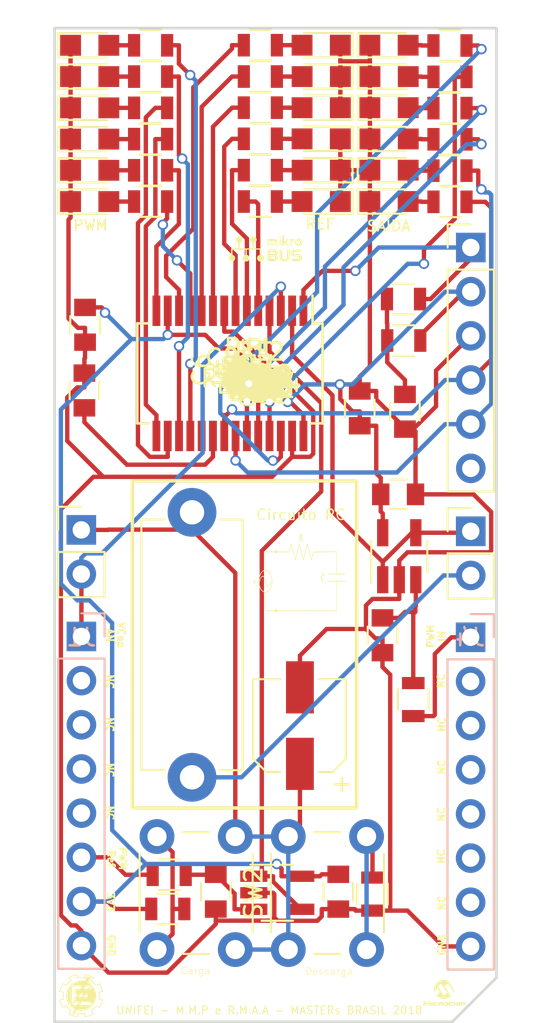
<source format=kicad_pcb>
(kicad_pcb (version 4) (host pcbnew 4.0.7)
  (layers (0 F.Cu signal) (31 B.Cu signal) (34 B.Paste user) (35 F.Paste user) (36 B.SilkS user) (37 F.SilkS user) (38 B.Mask user) (39 F.Mask user) (44 Edge.Cuts user))
  (net 0 "")
  (net 1 "Net-(C1-Pad1)")
  (net 2 Earth)
  (net 3 /Controle)
  (net 4 "Net-(C4-Pad2)")
  (net 5 /Vcap)
  (net 6 "Net-(D1-Pad2)")
  (net 7 "Net-(D2-Pad2)")
  (net 8 "Net-(D3-Pad2)")
  (net 9 "Net-(D4-Pad2)")
  (net 10 "Net-(D5-Pad2)")
  (net 11 "Net-(D6-Pad2)")
  (net 12 "Net-(D7-Pad2)")
  (net 13 "Net-(D8-Pad2)")
  (net 14 "Net-(D9-Pad2)")
  (net 15 "Net-(D10-Pad2)")
  (net 16 "Net-(D11-Pad2)")
  (net 17 "Net-(D12-Pad2)")
  (net 18 "Net-(D13-Pad2)")
  (net 19 "Net-(D14-Pad2)")
  (net 20 "Net-(D15-Pad2)")
  (net 21 "Net-(D16-Pad2)")
  (net 22 "Net-(D17-Pad2)")
  (net 23 "Net-(D18-Pad2)")
  (net 24 /Ref)
  (net 25 /MCLR)
  (net 26 /LED0OUT)
  (net 27 /LED1OUT)
  (net 28 /PWM)
  (net 29 /Filtro)
  (net 30 /LED0REF)
  (net 31 /LED1REF)
  (net 32 /LED2REF)
  (net 33 /LED3REF)
  (net 34 /LED4REF)
  (net 35 /LED0PWM)
  (net 36 /LED5REF)
  (net 37 /LED1PWM)
  (net 38 /LED2PWM)
  (net 39 /LED3PWM)
  (net 40 /LED4PWM)
  (net 41 /LED5PWM)
  (net 42 /LED2OUT)
  (net 43 /LED3OUT)
  (net 44 /LED4OUT)
  (net 45 /LED5OUT)
  (net 46 "Net-(R3-Pad1)")
  (net 47 "Net-(R4-Pad2)")
  (net 48 "Net-(C8-Pad1)")
  (net 49 /Filtro2)
  (net 50 +3V3)
  (net 51 /SPlanta)
  (net 52 /EPlanta)
  (module Capacitors_SMD:C_0805 (layer F.Cu) (at 129.883 92.0115 270)
    (fp_text reference C7 (at -0.1905 -10.0584 270) (layer F.SilkS))
    (fp_text value 10uF)
    (pad 1 smd rect (at -1 0 270) (size 1 1.25) (layers F.Cu F.Paste F.Mask) (net 2 Earth))
    (pad 2 smd rect (at 1 0 270) (size 1 1.25) (layers F.Cu F.Paste F.Mask) (net 5 /Vcap))
  )
  (module Pin_Headers:Pin_Header_Straight_1x08_Pitch2.54mm (layer B.Cu) (at 129.71272 106.1593 180)
    (fp_text reference J1 (at 0.01016 -0.05588 180) (layer B.SilkS) (effects (justify mirror)))
    (fp_text value Conn_01x08)
    (pad 1 thru_hole rect (at 0 0 180) (size 1.7 1.7) (drill 1) (layers *.Cu *.Mask) (net 3 /Controle))
    (pad 2 thru_hole oval (at 0 -2.54 180) (size 1.7 1.7) (drill 1) (layers *.Cu *.Mask))
    (pad 3 thru_hole oval (at 0 -5.08 180) (size 1.7 1.7) (drill 1) (layers *.Cu *.Mask))
    (pad 4 thru_hole oval (at 0 -7.62 180) (size 1.7 1.7) (drill 1) (layers *.Cu *.Mask))
    (pad 5 thru_hole oval (at 0 -10.16 180) (size 1.7 1.7) (drill 1) (layers *.Cu *.Mask))
    (pad 6 thru_hole oval (at 0 -12.7 180) (size 1.7 1.7) (drill 1) (layers *.Cu *.Mask) (net 24 /Ref))
    (pad 7 thru_hole oval (at 0 -15.24 180) (size 1.7 1.7) (drill 1) (layers *.Cu *.Mask) (net 50 +3V3))
    (pad 8 thru_hole oval (at 0 -17.78 180) (size 1.7 1.7) (drill 1) (layers *.Cu *.Mask) (net 2 Earth))
  )
  (module Pin_Headers:Pin_Header_Straight_1x06_Pitch2.54mm (layer F.Cu) (at 152.09012 83.78952)
    (fp_text reference J3 (at -13.5128 7.55904) (layer F.SilkS))
    (fp_text value Conn_01x06)
    (pad 1 thru_hole rect (at 0 0) (size 1.7 1.7) (drill 1) (layers *.Cu *.Mask) (net 25 /MCLR))
    (pad 2 thru_hole oval (at 0 2.54) (size 1.7 1.7) (drill 1) (layers *.Cu *.Mask) (net 50 +3V3))
    (pad 3 thru_hole oval (at 0 5.08) (size 1.7 1.7) (drill 1) (layers *.Cu *.Mask) (net 2 Earth))
    (pad 4 thru_hole oval (at 0 7.62) (size 1.7 1.7) (drill 1) (layers *.Cu *.Mask) (net 26 /LED0OUT))
    (pad 5 thru_hole oval (at 0 10.16) (size 1.7 1.7) (drill 1) (layers *.Cu *.Mask) (net 27 /LED1OUT))
    (pad 6 thru_hole oval (at 0 12.7) (size 1.7 1.7) (drill 1) (layers *.Cu *.Mask))
  )
  (module Pin_Headers:Pin_Header_Straight_1x08_Pitch2.54mm (layer B.Cu) (at 152.07996 106.20502 180)
    (fp_text reference J4 (at 0.0254 -0.00254 180) (layer B.SilkS) (effects (justify mirror)))
    (fp_text value Conn_01x08)
    (pad 1 thru_hole rect (at 0 0 180) (size 1.7 1.7) (drill 1) (layers *.Cu *.Mask) (net 28 /PWM))
    (pad 2 thru_hole oval (at 0 -2.54 180) (size 1.7 1.7) (drill 1) (layers *.Cu *.Mask))
    (pad 3 thru_hole oval (at 0 -5.08 180) (size 1.7 1.7) (drill 1) (layers *.Cu *.Mask))
    (pad 4 thru_hole oval (at 0 -7.62 180) (size 1.7 1.7) (drill 1) (layers *.Cu *.Mask))
    (pad 5 thru_hole oval (at 0 -10.16 180) (size 1.7 1.7) (drill 1) (layers *.Cu *.Mask))
    (pad 6 thru_hole oval (at 0 -12.7 180) (size 1.7 1.7) (drill 1) (layers *.Cu *.Mask))
    (pad 7 thru_hole oval (at 0 -15.24 180) (size 1.7 1.7) (drill 1) (layers *.Cu *.Mask))
    (pad 8 thru_hole oval (at 0 -17.78 180) (size 1.7 1.7) (drill 1) (layers *.Cu *.Mask) (net 2 Earth))
  )
  (module Housings_SSOP:SSOP-28_5.3x10.2mm_Pitch0.65mm (layer F.Cu) (at 138.247 91.0285 270)
    (fp_text reference J5 (at 0.12192 -0.44196 270) (layer F.SilkS))
    (fp_text value Conn_02x14_Counter_Clockwise)
    (pad 1 smd rect (at -3.6 -4.225 270) (size 1.75 0.45) (layers F.Cu F.Paste F.Mask) (net 25 /MCLR))
    (pad 2 smd rect (at -3.6 -3.575 270) (size 1.75 0.45) (layers F.Cu F.Paste F.Mask) (net 29 /Filtro))
    (pad 3 smd rect (at -3.6 -2.925 270) (size 1.75 0.45) (layers F.Cu F.Paste F.Mask) (net 3 /Controle))
    (pad 4 smd rect (at -3.6 -2.275 270) (size 1.75 0.45) (layers F.Cu F.Paste F.Mask) (net 49 /Filtro2))
    (pad 5 smd rect (at -3.6 -1.625 270) (size 1.75 0.45) (layers F.Cu F.Paste F.Mask) (net 30 /LED0REF))
    (pad 6 smd rect (at -3.6 -0.975 270) (size 1.75 0.45) (layers F.Cu F.Paste F.Mask) (net 31 /LED1REF))
    (pad 7 smd rect (at -3.6 -0.325 270) (size 1.75 0.45) (layers F.Cu F.Paste F.Mask) (net 32 /LED2REF))
    (pad 8 smd rect (at -3.6 0.325 270) (size 1.75 0.45) (layers F.Cu F.Paste F.Mask) (net 2 Earth))
    (pad 9 smd rect (at -3.6 0.975 270) (size 1.75 0.45) (layers F.Cu F.Paste F.Mask) (net 33 /LED3REF))
    (pad 10 smd rect (at -3.6 1.625 270) (size 1.75 0.45) (layers F.Cu F.Paste F.Mask) (net 34 /LED4REF))
    (pad 11 smd rect (at -3.6 2.275 270) (size 1.75 0.45) (layers F.Cu F.Paste F.Mask) (net 35 /LED0PWM))
    (pad 12 smd rect (at -3.6 2.925 270) (size 1.75 0.45) (layers F.Cu F.Paste F.Mask) (net 36 /LED5REF))
    (pad 13 smd rect (at -3.6 3.575 270) (size 1.75 0.45) (layers F.Cu F.Paste F.Mask) (net 50 +3V3))
    (pad 14 smd rect (at -3.6 4.225 270) (size 1.75 0.45) (layers F.Cu F.Paste F.Mask) (net 37 /LED1PWM))
    (pad 15 smd rect (at 3.6 4.225 270) (size 1.75 0.45) (layers F.Cu F.Paste F.Mask) (net 38 /LED2PWM))
    (pad 16 smd rect (at 3.6 3.575 270) (size 1.75 0.45) (layers F.Cu F.Paste F.Mask) (net 39 /LED3PWM))
    (pad 17 smd rect (at 3.6 2.925 270) (size 1.75 0.45) (layers F.Cu F.Paste F.Mask) (net 40 /LED4PWM))
    (pad 18 smd rect (at 3.6 2.275 270) (size 1.75 0.45) (layers F.Cu F.Paste F.Mask) (net 41 /LED5PWM))
    (pad 19 smd rect (at 3.6 1.625 270) (size 1.75 0.45) (layers F.Cu F.Paste F.Mask))
    (pad 20 smd rect (at 3.6 0.975 270) (size 1.75 0.45) (layers F.Cu F.Paste F.Mask) (net 5 /Vcap))
    (pad 21 smd rect (at 3.6 0.325 270) (size 1.75 0.45) (layers F.Cu F.Paste F.Mask) (net 26 /LED0OUT))
    (pad 22 smd rect (at 3.6 -0.325 270) (size 1.75 0.45) (layers F.Cu F.Paste F.Mask) (net 27 /LED1OUT))
    (pad 23 smd rect (at 3.6 -0.975 270) (size 1.75 0.45) (layers F.Cu F.Paste F.Mask) (net 42 /LED2OUT))
    (pad 24 smd rect (at 3.6 -1.625 270) (size 1.75 0.45) (layers F.Cu F.Paste F.Mask) (net 43 /LED3OUT))
    (pad 25 smd rect (at 3.6 -2.275 270) (size 1.75 0.45) (layers F.Cu F.Paste F.Mask) (net 44 /LED4OUT))
    (pad 26 smd rect (at 3.6 -2.925 270) (size 1.75 0.45) (layers F.Cu F.Paste F.Mask) (net 45 /LED5OUT))
    (pad 27 smd rect (at 3.6 -3.575 270) (size 1.75 0.45) (layers F.Cu F.Paste F.Mask) (net 2 Earth))
    (pad 28 smd rect (at 3.6 -4.225 270) (size 1.75 0.45) (layers F.Cu F.Paste F.Mask) (net 50 +3V3))
  )
  (module Resistors_SMD:R_0805 (layer F.Cu) (at 133.688 81.1479)
    (fp_text reference R5 (at 5.52958 10.59688) (layer F.SilkS))
    (fp_text value 360)
    (pad 1 smd rect (at -0.95 0) (size 0.7 1.3) (layers F.Cu F.Paste F.Mask) (net 6 "Net-(D1-Pad2)"))
    (pad 2 smd rect (at 0.95 0) (size 0.7 1.3) (layers F.Cu F.Paste F.Mask) (net 35 /LED0PWM))
  )
  (module Resistors_SMD:R_0805 (layer F.Cu) (at 133.688 79.3496)
    (fp_text reference R6 (at 5.35178 12.1285) (layer F.SilkS))
    (fp_text value 360)
    (pad 1 smd rect (at -0.95 0) (size 0.7 1.3) (layers F.Cu F.Paste F.Mask) (net 7 "Net-(D2-Pad2)"))
    (pad 2 smd rect (at 0.95 0) (size 0.7 1.3) (layers F.Cu F.Paste F.Mask) (net 37 /LED1PWM))
  )
  (module Resistors_SMD:R_0805 (layer F.Cu) (at 133.688 77.5564)
    (fp_text reference R7 (at 5.61848 13.47724) (layer F.SilkS))
    (fp_text value 360)
    (pad 1 smd rect (at -0.95 0) (size 0.7 1.3) (layers F.Cu F.Paste F.Mask) (net 8 "Net-(D3-Pad2)"))
    (pad 2 smd rect (at 0.95 0) (size 0.7 1.3) (layers F.Cu F.Paste F.Mask) (net 38 /LED2PWM))
  )
  (module Resistors_SMD:R_0805 (layer F.Cu) (at 133.688 75.758)
    (fp_text reference R8 (at 4.99618 15.63116) (layer F.SilkS))
    (fp_text value 360)
    (pad 1 smd rect (at -0.95 0) (size 0.7 1.3) (layers F.Cu F.Paste F.Mask) (net 9 "Net-(D4-Pad2)"))
    (pad 2 smd rect (at 0.95 0) (size 0.7 1.3) (layers F.Cu F.Paste F.Mask) (net 39 /LED3PWM))
  )
  (module Resistors_SMD:R_0805 (layer F.Cu) (at 133.688 73.9597)
    (fp_text reference R9 (at 7.21868 17.69618) (layer F.SilkS))
    (fp_text value 360)
    (pad 1 smd rect (at -0.95 0) (size 0.7 1.3) (layers F.Cu F.Paste F.Mask) (net 10 "Net-(D5-Pad2)"))
    (pad 2 smd rect (at 0.95 0) (size 0.7 1.3) (layers F.Cu F.Paste F.Mask) (net 40 /LED4PWM))
  )
  (module Resistors_SMD:R_0805 (layer F.Cu) (at 133.688 72.1614)
    (fp_text reference R10 (at 6.77418 19.05) (layer F.SilkS))
    (fp_text value 360)
    (pad 1 smd rect (at -0.95 0) (size 0.7 1.3) (layers F.Cu F.Paste F.Mask) (net 11 "Net-(D6-Pad2)"))
    (pad 2 smd rect (at 0.95 0) (size 0.7 1.3) (layers F.Cu F.Paste F.Mask) (net 41 /LED5PWM))
  )
  (module Resistors_SMD:R_0805 (layer F.Cu) (at 148.222 86.7537 180)
    (fp_text reference R11 (at 8.8646 -2.78638 180) (layer F.SilkS))
    (fp_text value 1k)
    (pad 1 smd rect (at -0.95 0 180) (size 0.7 1.3) (layers F.Cu F.Paste F.Mask) (net 25 /MCLR))
    (pad 2 smd rect (at 0.95 0 180) (size 0.7 1.3) (layers F.Cu F.Paste F.Mask) (net 4 "Net-(C4-Pad2)"))
  )
  (module Resistors_SMD:R_0805 (layer F.Cu) (at 148.239 89.1388)
    (fp_text reference R12 (at -8.2931 0.63754) (layer F.SilkS))
    (fp_text value 10k)
    (pad 1 smd rect (at -0.95 0) (size 0.7 1.3) (layers F.Cu F.Paste F.Mask) (net 4 "Net-(C4-Pad2)"))
    (pad 2 smd rect (at 0.95 0) (size 0.7 1.3) (layers F.Cu F.Paste F.Mask) (net 50 +3V3))
  )
  (module Resistors_SMD:R_0805 (layer F.Cu) (at 150.894 81.1632)
    (fp_text reference R13 (at -11.321 10.3149) (layer F.SilkS))
    (fp_text value 360)
    (pad 1 smd rect (at -0.95 0) (size 0.7 1.3) (layers F.Cu F.Paste F.Mask) (net 12 "Net-(D7-Pad2)"))
    (pad 2 smd rect (at 0.95 0) (size 0.7 1.3) (layers F.Cu F.Paste F.Mask) (net 26 /LED0OUT))
  )
  (module Resistors_SMD:R_0805 (layer F.Cu) (at 150.894 79.3699)
    (fp_text reference R14 (at -9.9875 12.1971) (layer F.SilkS))
    (fp_text value 360)
    (pad 1 smd rect (at -0.95 0) (size 0.7 1.3) (layers F.Cu F.Paste F.Mask) (net 13 "Net-(D8-Pad2)"))
    (pad 2 smd rect (at 0.95 0) (size 0.7 1.3) (layers F.Cu F.Paste F.Mask) (net 27 /LED1OUT))
  )
  (module Resistors_SMD:R_0805 (layer F.Cu) (at 150.894 77.5665)
    (fp_text reference R15 (at -11.321 14.5339) (layer F.SilkS))
    (fp_text value 360)
    (pad 1 smd rect (at -0.95 0) (size 0.7 1.3) (layers F.Cu F.Paste F.Mask) (net 14 "Net-(D9-Pad2)"))
    (pad 2 smd rect (at 0.95 0) (size 0.7 1.3) (layers F.Cu F.Paste F.Mask) (net 42 /LED2OUT))
  )
  (module Resistors_SMD:R_0805 (layer F.Cu) (at 150.894 75.7733)
    (fp_text reference R16 (at -10.8765 16.1493) (layer F.SilkS))
    (fp_text value 360)
    (pad 1 smd rect (at -0.95 0) (size 0.7 1.3) (layers F.Cu F.Paste F.Mask) (net 15 "Net-(D10-Pad2)"))
    (pad 2 smd rect (at 0.95 0) (size 0.7 1.3) (layers F.Cu F.Paste F.Mask) (net 43 /LED3OUT))
  )
  (module Resistors_SMD:R_0805 (layer F.Cu) (at 150.894 73.975)
    (fp_text reference R17 (at -11.321 17.4142) (layer F.SilkS))
    (fp_text value 360)
    (pad 1 smd rect (at -0.95 0) (size 0.7 1.3) (layers F.Cu F.Paste F.Mask) (net 16 "Net-(D11-Pad2)"))
    (pad 2 smd rect (at 0.95 0) (size 0.7 1.3) (layers F.Cu F.Paste F.Mask) (net 44 /LED4OUT))
  )
  (module Resistors_SMD:R_0805 (layer F.Cu) (at 150.894 72.1716)
    (fp_text reference R18 (at -10.5082 18.9128) (layer F.SilkS))
    (fp_text value 360)
    (pad 1 smd rect (at -0.95 0) (size 0.7 1.3) (layers F.Cu F.Paste F.Mask) (net 17 "Net-(D12-Pad2)"))
    (pad 2 smd rect (at 0.95 0) (size 0.7 1.3) (layers F.Cu F.Paste F.Mask) (net 45 /LED5OUT))
  )
  (module Resistors_SMD:R_0805 (layer F.Cu) (at 139.995 81.1454 180)
    (fp_text reference R19 (at -0.34036 -10.04062 180) (layer F.SilkS))
    (fp_text value 360)
    (pad 1 smd rect (at -0.95 0 180) (size 0.7 1.3) (layers F.Cu F.Paste F.Mask) (net 18 "Net-(D13-Pad2)"))
    (pad 2 smd rect (at 0.95 0 180) (size 0.7 1.3) (layers F.Cu F.Paste F.Mask) (net 30 /LED0REF))
  )
  (module Resistors_SMD:R_0805 (layer F.Cu) (at 139.995 79.342 180)
    (fp_text reference R20 (at -0.34036 -12.47902 180) (layer F.SilkS))
    (fp_text value 360)
    (pad 1 smd rect (at -0.95 0 180) (size 0.7 1.3) (layers F.Cu F.Paste F.Mask) (net 19 "Net-(D14-Pad2)"))
    (pad 2 smd rect (at 0.95 0 180) (size 0.7 1.3) (layers F.Cu F.Paste F.Mask) (net 31 /LED1REF))
  )
  (module Resistors_SMD:R_0805 (layer F.Cu) (at 139.995 77.5386 180)
    (fp_text reference R21 (at 0.42164 -14.40942 180) (layer F.SilkS))
    (fp_text value 360)
    (pad 1 smd rect (at -0.95 0 180) (size 0.7 1.3) (layers F.Cu F.Paste F.Mask) (net 20 "Net-(D15-Pad2)"))
    (pad 2 smd rect (at 0.95 0 180) (size 0.7 1.3) (layers F.Cu F.Paste F.Mask) (net 32 /LED2REF))
  )
  (module Resistors_SMD:R_0805 (layer F.Cu) (at 139.995 75.7479 180)
    (fp_text reference R22 (at 0.54864 -16.20012 180) (layer F.SilkS))
    (fp_text value 360)
    (pad 1 smd rect (at -0.95 0 180) (size 0.7 1.3) (layers F.Cu F.Paste F.Mask) (net 21 "Net-(D16-Pad2)"))
    (pad 2 smd rect (at 0.95 0 180) (size 0.7 1.3) (layers F.Cu F.Paste F.Mask) (net 33 /LED3REF))
  )
  (module Resistors_SMD:R_0805 (layer F.Cu) (at 139.995 73.9572 180)
    (fp_text reference R23 (at 0.29464 -18.11782 180) (layer F.SilkS))
    (fp_text value 360)
    (pad 1 smd rect (at -0.95 0 180) (size 0.7 1.3) (layers F.Cu F.Paste F.Mask) (net 22 "Net-(D17-Pad2)"))
    (pad 2 smd rect (at 0.95 0 180) (size 0.7 1.3) (layers F.Cu F.Paste F.Mask) (net 34 /LED4REF))
  )
  (module Resistors_SMD:R_0805 (layer F.Cu) (at 139.995 72.1538 180)
    (fp_text reference R24 (at -0.59436 -19.54022 180) (layer F.SilkS))
    (fp_text value 360)
    (pad 1 smd rect (at -0.95 0 180) (size 0.7 1.3) (layers F.Cu F.Paste F.Mask) (net 23 "Net-(D18-Pad2)"))
    (pad 2 smd rect (at 0.95 0 180) (size 0.7 1.3) (layers F.Cu F.Paste F.Mask) (net 36 /LED5REF))
  )
  (module LEDs:LED_0805 (layer F.Cu) (at 130.188 81.1479)
    (fp_text reference D1 (at 9.3853 10.95248) (layer F.SilkS))
    (fp_text value LED)
    (pad 2 smd rect (at 1.1 0 180) (size 1.2 1.2) (layers F.Cu F.Paste F.Mask) (net 6 "Net-(D1-Pad2)"))
    (pad 1 smd rect (at -1.1 0 180) (size 1.2 1.2) (layers F.Cu F.Paste F.Mask) (net 2 Earth))
  )
  (module LEDs:LED_0805 (layer F.Cu) (at 130.188 79.3496)
    (fp_text reference D2 (at 9.1186 11.9507) (layer F.SilkS))
    (fp_text value LED)
    (pad 2 smd rect (at 1.1 0 180) (size 1.2 1.2) (layers F.Cu F.Paste F.Mask) (net 7 "Net-(D2-Pad2)"))
    (pad 1 smd rect (at -1.1 0 180) (size 1.2 1.2) (layers F.Cu F.Paste F.Mask) (net 2 Earth))
  )
  (module LEDs:LED_0805 (layer F.Cu) (at 130.188 77.5564)
    (fp_text reference D3 (at 10.2743 14.63294) (layer F.SilkS))
    (fp_text value LED)
    (pad 2 smd rect (at 1.1 0 180) (size 1.2 1.2) (layers F.Cu F.Paste F.Mask) (net 8 "Net-(D3-Pad2)"))
    (pad 1 smd rect (at -1.1 0 180) (size 1.2 1.2) (layers F.Cu F.Paste F.Mask) (net 2 Earth))
  )
  (module LEDs:LED_0805 (layer F.Cu) (at 130.188 75.758)
    (fp_text reference D4 (at 9.7409 15.54226) (layer F.SilkS))
    (fp_text value LED)
    (pad 2 smd rect (at 1.1 0 180) (size 1.2 1.2) (layers F.Cu F.Paste F.Mask) (net 9 "Net-(D4-Pad2)"))
    (pad 1 smd rect (at -1.1 0 180) (size 1.2 1.2) (layers F.Cu F.Paste F.Mask) (net 2 Earth))
  )
  (module LEDs:LED_0805 (layer F.Cu) (at 130.188 73.9597)
    (fp_text reference D5 (at 9.2964 17.69618) (layer F.SilkS))
    (fp_text value LED)
    (pad 2 smd rect (at 1.1 0 180) (size 1.2 1.2) (layers F.Cu F.Paste F.Mask) (net 10 "Net-(D5-Pad2)"))
    (pad 1 smd rect (at -1.1 0 180) (size 1.2 1.2) (layers F.Cu F.Paste F.Mask) (net 2 Earth))
  )
  (module LEDs:LED_0805 (layer F.Cu) (at 130.188 72.1614)
    (fp_text reference D6 (at 10.0965 19.8501) (layer F.SilkS))
    (fp_text value LED)
    (pad 2 smd rect (at 1.1 0 180) (size 1.2 1.2) (layers F.Cu F.Paste F.Mask) (net 11 "Net-(D6-Pad2)"))
    (pad 1 smd rect (at -1.1 0 180) (size 1.2 1.2) (layers F.Cu F.Paste F.Mask) (net 2 Earth))
  )
  (module LEDs:LED_0805 (layer F.Cu) (at 147.389 81.1454)
    (fp_text reference D7 (at -6.65988 10.51052) (layer F.SilkS))
    (fp_text value LED)
    (pad 2 smd rect (at 1.1 0 180) (size 1.2 1.2) (layers F.Cu F.Paste F.Mask) (net 12 "Net-(D7-Pad2)"))
    (pad 1 smd rect (at -1.1 0 180) (size 1.2 1.2) (layers F.Cu F.Paste F.Mask) (net 2 Earth))
  )
  (module LEDs:LED_0805 (layer F.Cu) (at 147.391 79.342)
    (fp_text reference D8 (at -7.72922 11.86942) (layer F.SilkS))
    (fp_text value LED)
    (pad 2 smd rect (at 1.1 0 180) (size 1.2 1.2) (layers F.Cu F.Paste F.Mask) (net 13 "Net-(D8-Pad2)"))
    (pad 1 smd rect (at -1.1 0 180) (size 1.2 1.2) (layers F.Cu F.Paste F.Mask) (net 2 Earth))
  )
  (module LEDs:LED_0805 (layer F.Cu) (at 147.396 77.5462)
    (fp_text reference D9 (at -6.5786 14.732) (layer F.SilkS))
    (fp_text value LED)
    (pad 2 smd rect (at 1.1 0 180) (size 1.2 1.2) (layers F.Cu F.Paste F.Mask) (net 14 "Net-(D9-Pad2)"))
    (pad 1 smd rect (at -1.1 0 180) (size 1.2 1.2) (layers F.Cu F.Paste F.Mask) (net 2 Earth))
  )
  (module LEDs:LED_0805 (layer F.Cu) (at 147.391 75.7479)
    (fp_text reference D10 (at -7.19582 15.46352) (layer F.SilkS))
    (fp_text value LED)
    (pad 2 smd rect (at 1.1 0 180) (size 1.2 1.2) (layers F.Cu F.Paste F.Mask) (net 15 "Net-(D10-Pad2)"))
    (pad 1 smd rect (at -1.1 0 180) (size 1.2 1.2) (layers F.Cu F.Paste F.Mask) (net 2 Earth))
  )
  (module LEDs:LED_0805 (layer F.Cu) (at 147.396 73.9597)
    (fp_text reference D11 (at -7.8232 18.11528) (layer F.SilkS))
    (fp_text value LED)
    (pad 2 smd rect (at 1.1 0 180) (size 1.2 1.2) (layers F.Cu F.Paste F.Mask) (net 16 "Net-(D11-Pad2)"))
    (pad 1 smd rect (at -1.1 0 180) (size 1.2 1.2) (layers F.Cu F.Paste F.Mask) (net 2 Earth))
  )
  (module LEDs:LED_0805 (layer F.Cu) (at 147.389 72.1538)
    (fp_text reference D12 (at -6.83768 19.76882) (layer F.SilkS))
    (fp_text value LED)
    (pad 2 smd rect (at 1.1 0 180) (size 1.2 1.2) (layers F.Cu F.Paste F.Mask) (net 17 "Net-(D12-Pad2)"))
    (pad 1 smd rect (at -1.1 0 180) (size 1.2 1.2) (layers F.Cu F.Paste F.Mask) (net 2 Earth))
  )
  (module LEDs:LED_0805 (layer F.Cu) (at 143.492 81.1454 180)
    (fp_text reference D13 (at 3.79222 -10.04062 180) (layer F.SilkS))
    (fp_text value LED)
    (pad 2 smd rect (at 1.1 0) (size 1.2 1.2) (layers F.Cu F.Paste F.Mask) (net 18 "Net-(D13-Pad2)"))
    (pad 1 smd rect (at -1.1 0) (size 1.2 1.2) (layers F.Cu F.Paste F.Mask) (net 2 Earth))
  )
  (module LEDs:LED_0805 (layer F.Cu) (at 143.495 79.3445 180)
    (fp_text reference D14 (at 3.66776 -12.47648 180) (layer F.SilkS))
    (fp_text value LED)
    (pad 2 smd rect (at 1.1 0) (size 1.2 1.2) (layers F.Cu F.Paste F.Mask) (net 19 "Net-(D14-Pad2)"))
    (pad 1 smd rect (at -1.1 0) (size 1.2 1.2) (layers F.Cu F.Paste F.Mask) (net 2 Earth))
  )
  (module LEDs:LED_0805 (layer F.Cu) (at 143.492 77.5411 180)
    (fp_text reference D15 (at 3.66522 -14.02588 180) (layer F.SilkS))
    (fp_text value LED)
    (pad 2 smd rect (at 1.1 0) (size 1.2 1.2) (layers F.Cu F.Paste F.Mask) (net 20 "Net-(D15-Pad2)"))
    (pad 1 smd rect (at -1.1 0) (size 1.2 1.2) (layers F.Cu F.Paste F.Mask) (net 2 Earth))
  )
  (module LEDs:LED_0805 (layer F.Cu) (at 143.492 75.7504 180)
    (fp_text reference D16 (at 3.15722 -15.56258 180) (layer F.SilkS))
    (fp_text value LED)
    (pad 2 smd rect (at 1.1 0) (size 1.2 1.2) (layers F.Cu F.Paste F.Mask) (net 21 "Net-(D16-Pad2)"))
    (pad 1 smd rect (at -1.1 0) (size 1.2 1.2) (layers F.Cu F.Paste F.Mask) (net 2 Earth))
  )
  (module LEDs:LED_0805 (layer F.Cu) (at 143.495 73.9597 180)
    (fp_text reference D17 (at 3.54076 -17.86128 180) (layer F.SilkS))
    (fp_text value LED)
    (pad 2 smd rect (at 1.1 0) (size 1.2 1.2) (layers F.Cu F.Paste F.Mask) (net 22 "Net-(D17-Pad2)"))
    (pad 1 smd rect (at -1.1 0) (size 1.2 1.2) (layers F.Cu F.Paste F.Mask) (net 2 Earth))
  )
  (module LEDs:LED_0805 (layer F.Cu) (at 143.492 72.1538 180)
    (fp_text reference D18 (at 4.04622 -19.15922 180) (layer F.SilkS))
    (fp_text value LED)
    (pad 2 smd rect (at 1.1 0) (size 1.2 1.2) (layers F.Cu F.Paste F.Mask) (net 23 "Net-(D18-Pad2)"))
    (pad 1 smd rect (at -1.1 0) (size 1.2 1.2) (layers F.Cu F.Paste F.Mask) (net 2 Earth))
  )
  (module Capacitors_SMD:C_0805 (layer F.Cu) (at 145.707 93.0402 270)
    (fp_text reference C5 (at -3.18516 6.16458 270) (layer F.SilkS))
    (fp_text value 100nF)
    (pad 1 smd rect (at -1 0 270) (size 1 1.25) (layers F.Cu F.Paste F.Mask) (net 2 Earth))
    (pad 2 smd rect (at 1 0 270) (size 1 1.25) (layers F.Cu F.Paste F.Mask) (net 50 +3V3))
  )
  (module Capacitors_SMD:C_0805 (layer F.Cu) (at 147.015 106.091 270)
    (fp_text reference C1 (at -14.0462 7.70128 270) (layer F.SilkS))
    (fp_text value 100nF)
    (pad 1 smd rect (at -1 0 270) (size 1 1.25) (layers F.Cu F.Paste F.Mask) (net 1 "Net-(C1-Pad1)"))
    (pad 2 smd rect (at 1 0 270) (size 1 1.25) (layers F.Cu F.Paste F.Mask) (net 2 Earth))
  )
  (module Capacitors_SMD:C_0805 (layer F.Cu) (at 147.914 97.9856 180)
    (fp_text reference C2 (at 8.1026 6.6802 180) (layer F.SilkS))
    (fp_text value 100nF)
    (pad 1 smd rect (at -1 0 180) (size 1 1.25) (layers F.Cu F.Paste F.Mask) (net 2 Earth))
    (pad 2 smd rect (at 1 0 180) (size 1 1.25) (layers F.Cu F.Paste F.Mask) (net 50 +3V3))
  )
  (module Capacitors_SMD:C_0805 (layer F.Cu) (at 148.306 93.2358 90)
    (fp_text reference C4 (at 3.29692 -8.18642 90) (layer F.SilkS))
    (fp_text value 100nF)
    (pad 1 smd rect (at -1 0 90) (size 1 1.25) (layers F.Cu F.Paste F.Mask) (net 2 Earth))
    (pad 2 smd rect (at 1 0 90) (size 1 1.25) (layers F.Cu F.Paste F.Mask) (net 4 "Net-(C4-Pad2)"))
  )
  (module Capacitors_SMD:C_0805 (layer F.Cu) (at 129.921 88.2345 90)
    (fp_text reference C6 (at -2.57556 6.68528 90) (layer F.SilkS))
    (fp_text value 100nF)
    (pad 1 smd rect (at -1 0 90) (size 1 1.25) (layers F.Cu F.Paste F.Mask) (net 2 Earth))
    (pad 2 smd rect (at 1 0 90) (size 1 1.25) (layers F.Cu F.Paste F.Mask) (net 50 +3V3))
  )
  (module Resistors_SMD:R_0805 (layer F.Cu) (at 148.78304 109.78896 270)
    (fp_text reference R1 (at -18.92808 10.11682 270) (layer F.SilkS))
    (fp_text value 4.7k)
    (pad 1 smd rect (at -0.95 0 270) (size 0.7 1.3) (layers F.Cu F.Paste F.Mask) (net 1 "Net-(C1-Pad1)"))
    (pad 2 smd rect (at 0.95 0 270) (size 0.7 1.3) (layers F.Cu F.Paste F.Mask) (net 28 /PWM))
  )
  (module Resistors_THT:R_Axial_DIN0614_L14.3mm_D5.7mm_P15.24mm_Horizontal (layer F.Cu) (at 136.068 99.0194 270)
    (fp_text reference R2 (at -8.16356 -2.3495 270) (layer F.SilkS))
    (fp_text value 10k)
    (pad 1 thru_hole circle (at 0 0 270) (size 2.8 2.8) (drill 1.4) (layers *.Cu *.Mask) (net 51 /SPlanta))
    (pad 2 thru_hole oval (at 15.24 0 270) (size 2.8 2.8) (drill 1.4) (layers *.Cu *.Mask) (net 52 /EPlanta))
  )
  (module Resistors_SMD:R_0805 (layer F.Cu) (at 134.676 121.829 180)
    (fp_text reference R3 (at -2.86512 30.51556 180) (layer F.SilkS))
    (fp_text value 1k)
    (pad 1 smd rect (at -0.95 0 180) (size 0.7 1.3) (layers F.Cu F.Paste F.Mask) (net 46 "Net-(R3-Pad1)"))
    (pad 2 smd rect (at 0.95 0 180) (size 0.7 1.3) (layers F.Cu F.Paste F.Mask) (net 50 +3V3))
  )
  (module Resistors_SMD:R_0805 (layer F.Cu) (at 146.441 120.975 90)
    (fp_text reference R4 (at 29.58592 -8.20166 90) (layer F.SilkS))
    (fp_text value 1k)
    (pad 1 smd rect (at -0.95 0 90) (size 0.7 1.3) (layers F.Cu F.Paste F.Mask) (net 2 Earth))
    (pad 2 smd rect (at 0.95 0 90) (size 0.7 1.3) (layers F.Cu F.Paste F.Mask) (net 47 "Net-(R4-Pad2)"))
  )
  (module TO_SOT_Packages_SMD:SOT-23-5_HandSoldering (layer F.Cu) (at 147.98 101.544 90)
    (fp_text reference U1 (at 10.48512 -8.0264 90) (layer F.SilkS))
    (fp_text value OPA340NA)
    (pad 1 smd rect (at -1.35 -0.95 90) (size 1.56 0.65) (layers F.Cu F.Paste F.Mask) (net 29 /Filtro))
    (pad 2 smd rect (at -1.35 0 90) (size 1.56 0.65) (layers F.Cu F.Paste F.Mask) (net 2 Earth))
    (pad 3 smd rect (at -1.35 0.95 90) (size 1.56 0.65) (layers F.Cu F.Paste F.Mask) (net 1 "Net-(C1-Pad1)"))
    (pad 4 smd rect (at 1.35 0.95 90) (size 1.56 0.65) (layers F.Cu F.Paste F.Mask) (net 29 /Filtro))
    (pad 5 smd rect (at 1.35 -0.95 90) (size 1.56 0.65) (layers F.Cu F.Paste F.Mask) (net 50 +3V3))
  )
  (module Footprints:Circuito (layer F.Cu) (at 142.24254 102.4001)
    (fp_text reference G**1 hide)
    (fp_text value LOGO hide)
  )
  (module Capacitors_SMD:C_0805 (layer F.Cu) (at 137.434 120.838 270)
    (fp_text reference C8 (at -30.70352 -0.36576 360) (layer F.SilkS))
    (fp_text value 100nF)
    (pad 1 smd rect (at -1 0 270) (size 1 1.25) (layers F.Cu F.Paste F.Mask) (net 48 "Net-(C8-Pad1)"))
    (pad 2 smd rect (at 1 0 270) (size 1 1.25) (layers F.Cu F.Paste F.Mask) (net 2 Earth))
  )
  (module Resistors_SMD:R_0805 (layer F.Cu) (at 134.755 119.863 180)
    (fp_text reference R25 (at -4.55168 28.2067 180) (layer F.SilkS))
    (fp_text value 4.7k)
    (pad 1 smd rect (at -0.95 0 180) (size 0.7 1.3) (layers F.Cu F.Paste F.Mask) (net 48 "Net-(C8-Pad1)"))
    (pad 2 smd rect (at 0.95 0 180) (size 0.7 1.3) (layers F.Cu F.Paste F.Mask) (net 24 /Ref))
  )
  (module TO_SOT_Packages_SMD:SOT-23-5_HandSoldering (layer F.Cu) (at 140.97 120.899)
    (fp_text reference U2 (at -2.667 -30.03804) (layer F.SilkS))
    (fp_text value OPA340NA)
    (pad 1 smd rect (at -1.35 -0.95) (size 1.56 0.65) (layers F.Cu F.Paste F.Mask) (net 49 /Filtro2))
    (pad 2 smd rect (at -1.35 0) (size 1.56 0.65) (layers F.Cu F.Paste F.Mask) (net 2 Earth))
    (pad 3 smd rect (at -1.35 0.95) (size 1.56 0.65) (layers F.Cu F.Paste F.Mask) (net 48 "Net-(C8-Pad1)"))
    (pad 4 smd rect (at 1.35 0.95) (size 1.56 0.65) (layers F.Cu F.Paste F.Mask) (net 49 /Filtro2))
    (pad 5 smd rect (at 1.35 -0.95) (size 1.56 0.65) (layers F.Cu F.Paste F.Mask) (net 50 +3V3))
  )
  (module Capacitors_SMD:C_0805 (layer F.Cu) (at 144.475 120.838 90)
    (fp_text reference C9 (at 29.779 -5.537 90) (layer F.SilkS))
    (fp_text value 100nF)
    (pad 1 smd rect (at -1 0 90) (size 1 1.25) (layers F.Cu F.Paste F.Mask) (net 2 Earth))
    (pad 2 smd rect (at 1 0 90) (size 1 1.25) (layers F.Cu F.Paste F.Mask) (net 50 +3V3))
  )
  (module Capacitors_SMD:CP_Elec_5x5.3 (layer F.Cu) (at 142.27 111.285 90)
    (fp_text reference C3 (at 20.51812 -3.23088 90) (layer F.SilkS))
    (fp_text value 100uF)
    (fp_text user + (at -3.38 2.34 90) (layer F.SilkS))
    (pad 1 smd rect (at -2.2 0 270) (size 3 1.6) (layers F.Cu F.Paste F.Mask) (net 51 /SPlanta))
    (pad 2 smd rect (at 2.2 0 270) (size 3 1.6) (layers F.Cu F.Paste F.Mask) (net 2 Earth))
  )
  (module Pin_Headers:Pin_Header_Straight_1x02_Pitch2.54mm (layer F.Cu) (at 129.7051 100.03028)
    (fp_text reference J6 (at 9.61136 -8.70712) (layer F.SilkS))
    (fp_text value Conn_01x02)
    (pad 1 thru_hole rect (at 0 0) (size 1.7 1.7) (drill 1) (layers *.Cu *.Mask) (net 51 /SPlanta))
    (pad 2 thru_hole oval (at 0 2.54) (size 1.7 1.7) (drill 1) (layers *.Cu *.Mask) (net 3 /Controle))
  )
  (module Pin_Headers:Pin_Header_Straight_1x02_Pitch2.54mm (layer F.Cu) (at 152.08758 100.10902)
    (fp_text reference J2 (at -13.51788 -8.91286) (layer F.SilkS))
    (fp_text value Conn_01x02)
    (pad 1 thru_hole rect (at 0 0) (size 1.7 1.7) (drill 1) (layers *.Cu *.Mask) (net 29 /Filtro))
    (pad 2 thru_hole oval (at 0 2.54) (size 1.7 1.7) (drill 1) (layers *.Cu *.Mask) (net 52 /EPlanta))
  )
  (module Buttons_Switches_THT:SW_PUSH_6mm (layer F.Cu) (at 134.056 124.165 90)
    (fp_text reference SW1 (at 33.05302 4.6101 180) (layer F.SilkS))
    (fp_text value SW_Push)
    (pad 2 thru_hole circle (at 0 4.5 180) (size 2 2) (drill 1.1) (layers *.Cu *.Mask) (net 51 /SPlanta))
    (pad 1 thru_hole circle (at 0 0 180) (size 2 2) (drill 1.1) (layers *.Cu *.Mask) (net 46 "Net-(R3-Pad1)"))
    (pad 2 thru_hole circle (at 6.5 4.5 180) (size 2 2) (drill 1.1) (layers *.Cu *.Mask) (net 51 /SPlanta))
    (pad 1 thru_hole circle (at 6.5 0 180) (size 2 2) (drill 1.1) (layers *.Cu *.Mask) (net 46 "Net-(R3-Pad1)"))
  )
  (module Buttons_Switches_THT:SW_PUSH_6mm (layer F.Cu) (at 141.6 124.165 90)
    (fp_text reference SW2 (at 3.25 -2 90) (layer F.SilkS))
    (fp_text value SW_Push)
    (pad 2 thru_hole circle (at 0 4.5 180) (size 2 2) (drill 1.1) (layers *.Cu *.Mask) (net 47 "Net-(R4-Pad2)"))
    (pad 1 thru_hole circle (at 0 0 180) (size 2 2) (drill 1.1) (layers *.Cu *.Mask) (net 51 /SPlanta))
    (pad 2 thru_hole circle (at 6.5 4.5 180) (size 2 2) (drill 1.1) (layers *.Cu *.Mask) (net 47 "Net-(R4-Pad2)"))
    (pad 1 thru_hole circle (at 6.5 0 180) (size 2 2) (drill 1.1) (layers *.Cu *.Mask) (net 51 /SPlanta))
  )
  (module "Logo Unifei:logoUnifei" (layer F.Cu) (at 129.69748 126.81966)
    (fp_text reference G*** hide)
    (fp_text value LOGO hide)
  )
  (module mikroBUS:mikroBUS (layer F.Cu) (at 140.31468 83.91906)
    (fp_text reference G*** hide)
    (fp_text value LOGO hide)
  )
  (module "Logo Microchip:logoMicrochip" (layer F.Cu) (at 150.5712 126.65456)
    (fp_text reference G*** hide)
    (fp_text value LOGO hide)
  )
  (gr_line (start 145.52676 97.21088) (end 132.64134 97.21088) (angle 90) (layer F.SilkS) (width 0.2))
  (gr_line (start 145.52676 116.02212) (end 145.52676 97.21088) (angle 90) (layer F.SilkS) (width 0.2))
  (gr_line (start 132.64134 116.02212) (end 145.52676 116.02212) (angle 90) (layer F.SilkS) (width 0.2))
  (gr_line (start 132.64134 97.20834) (end 132.64134 116.02212) (angle 90) (layer F.SilkS) (width 0.2))
  (gr_text 3V3 (at 131.3815 121.42978 270) (layer F.SilkS) (effects (font (size 0.4 0.4) (thickness 0.1))))
  (gr_text NC (at 150.4315 121.48566 90) (layer F.SilkS) (effects (font (size 0.4 0.4) (thickness 0.1))))
  (gr_text SAÍDA (at 147.3708 82.55508) (layer F.SilkS) (effects (font (size 0.6 0.6) (thickness 0.1))))
  (gr_text REF (at 143.43634 82.44586) (layer F.SilkS) (effects (font (size 0.6 0.6) (thickness 0.1))))
  (gr_text PWM (at 130.23342 82.51444) (layer F.SilkS) (effects (font (size 0.6 0.6) (thickness 0.1))))
  (gr_text "Circuito RC" (at 142.32636 99.15906) (layer F.SilkS) (effects (font (size 0.6 0.6) (thickness 0.08))))
  (gr_text Descarga (at 143.94688 125.41504) (layer F.SilkS) (effects (font (size 0.4 0.4) (thickness 0.0317))))
  (gr_text Carga (at 136.26846 125.3871) (layer F.SilkS) (effects (font (size 0.4 0.4) (thickness 0.0317))))
  (gr_text "UNIFEI - M.M.P e R.M.A.A - MASTERs BRASIL 2018" (at 140.51026 127.65786) (layer F.SilkS) (effects (font (size 0.45 0.45) (thickness 0.06))))
  (gr_text "PWM\nRef" (at 131.75234 118.92788 270) (layer F.SilkS) (effects (font (size 0.4 0.4) (thickness 0.1))))
  (gr_text NC (at 131.36372 116.30406 270) (layer F.SilkS) (effects (font (size 0.4 0.4) (thickness 0.1))))
  (gr_text NC (at 131.35356 113.8428 270) (layer F.SilkS) (effects (font (size 0.4 0.4) (thickness 0.1))))
  (gr_text NC (at 131.34848 111.22406 270) (layer F.SilkS) (effects (font (size 0.4 0.4) (thickness 0.1))))
  (gr_text NC (at 131.34594 108.75772 270) (layer F.SilkS) (effects (font (size 0.4 0.4) (thickness 0.1))))
  (gr_text "VCap\nAN" (at 131.6736 106.0831 270) (layer F.SilkS) (effects (font (size 0.4 0.4) (thickness 0.1))))
  (gr_text GND (at 131.43992 123.92406 270) (layer F.SilkS) (effects (font (size 0.4 0.4) (thickness 0.1))))
  (gr_text GND (at 150.4315 123.89104 90) (layer F.SilkS) (effects (font (size 0.4 0.4) (thickness 0.1))))
  (gr_text NC (at 150.3934 118.80342 90) (layer F.SilkS) (effects (font (size 0.4 0.4) (thickness 0.1))))
  (gr_text NC (at 150.4061 116.3828 90) (layer F.SilkS) (effects (font (size 0.4 0.4) (thickness 0.1))))
  (gr_text NC (at 150.41626 113.67262 90) (layer F.SilkS) (effects (font (size 0.4 0.4) (thickness 0.1))))
  (gr_text NC (at 150.42896 111.2266 90) (layer F.SilkS) (effects (font (size 0.4 0.4) (thickness 0.1))))
  (gr_text NC (at 150.39086 108.71454 90) (layer F.SilkS) (effects (font (size 0.4 0.4) (thickness 0.1))))
  (gr_text "PWM\nIN" (at 150.10638 106.1466 90) (layer F.SilkS) (effects (font (size 0.4 0.4) (thickness 0.1))))
  (gr_line (start 153.5684 125.7808) (end 153.5684 71.1708) (angle 90) (layer Edge.Cuts) (width 0.15))
  (gr_line (start 151.0284 128.3208) (end 153.5684 125.7808) (angle 90) (layer Edge.Cuts) (width 0.15))
  (gr_line (start 128.1684 128.3208) (end 151.0284 128.3208) (angle 90) (layer Edge.Cuts) (width 0.15))
  (gr_line (start 128.1684 71.1708) (end 128.1684 128.3208) (angle 90) (layer Edge.Cuts) (width 0.15))
  (gr_line (start 153.5684 71.1708) (end 128.1684 71.1708) (angle 90) (layer Edge.Cuts) (width 0.15))
  (segment (start 148.78304 108.83896) (end 148.78304 104.86426) (width 0.25) (layer F.Cu) (net 1))
  (segment (start 148.78304 104.86426) (end 148.905 104.7423) (width 0.25) (layer F.Cu) (net 1))
  (segment (start 148.93 104.3797) (end 148.905 104.4047) (width 0.25) (layer F.Cu) (net 1))
  (segment (start 148.93 102.894) (end 148.93 104.3797) (width 0.25) (layer F.Cu) (net 1))
  (segment (start 148.905 104.7423) (end 148.905 104.4047) (width 0.25) (layer F.Cu) (net 1))
  (segment (start 148.314 104.7423) (end 147.9653 105.091) (width 0.25) (layer F.Cu) (net 1))
  (segment (start 148.905 104.7423) (end 148.314 104.7423) (width 0.25) (layer F.Cu) (net 1))
  (segment (start 147.015 105.091) (end 147.9653 105.091) (width 0.25) (layer F.Cu) (net 1))
  (segment (start 148.7812 94.2358) (end 150.0931 92.9239) (width 0.25) (layer F.Cu) (net 2))
  (segment (start 150.0931 92.9239) (end 150.0931 90.86654) (width 0.25) (layer F.Cu) (net 2))
  (segment (start 150.0931 90.86654) (end 152.09012 88.86952) (width 0.25) (layer F.Cu) (net 2))
  (segment (start 130.9611 96.9778) (end 130.403 96.9778) (width 0.25) (layer F.Cu) (net 2))
  (segment (start 130.403 96.9778) (end 128.530099 98.850701) (width 0.25) (layer F.Cu) (net 2))
  (segment (start 128.530099 98.850701) (end 128.530099 122.187719) (width 0.25) (layer F.Cu) (net 2))
  (segment (start 128.530099 122.187719) (end 129.11908 122.7767) (width 0.25) (layer F.Cu) (net 2))
  (segment (start 129.11908 122.7767) (end 129.40356 122.7767) (width 0.25) (layer F.Cu) (net 2))
  (segment (start 129.40356 122.7767) (end 129.71272 123.08586) (width 0.25) (layer F.Cu) (net 2))
  (segment (start 129.71272 123.08586) (end 129.71272 123.9393) (width 0.25) (layer F.Cu) (net 2))
  (segment (start 147.98 102.894) (end 147.98 101.7887) (width 0.25) (layer F.Cu) (net 2))
  (segment (start 147.98 101.7887) (end 148.4513 101.3174) (width 0.25) (layer F.Cu) (net 2))
  (segment (start 148.4513 101.3174) (end 153.164202 101.3174) (width 0.25) (layer F.Cu) (net 2))
  (segment (start 153.262581 101.219021) (end 153.262581 98.999019) (width 0.25) (layer F.Cu) (net 2))
  (segment (start 153.164202 101.3174) (end 153.262581 101.219021) (width 0.25) (layer F.Cu) (net 2))
  (segment (start 151.6717 97.9856) (end 148.914 97.9856) (width 0.25) (layer F.Cu) (net 2))
  (segment (start 153.262581 98.999019) (end 152.249162 97.9856) (width 0.25) (layer F.Cu) (net 2))
  (segment (start 152.249162 97.9856) (end 151.6717 97.9856) (width 0.25) (layer F.Cu) (net 2))
  (segment (start 147.4589 121.925) (end 148.4477 121.925) (width 0.25) (layer F.Cu) (net 2))
  (segment (start 148.4477 121.925) (end 150.50772 123.98502) (width 0.25) (layer F.Cu) (net 2))
  (segment (start 150.50772 123.98502) (end 152.07996 123.98502) (width 0.25) (layer F.Cu) (net 2))
  (segment (start 137.434 122.5036) (end 137.434 122.701) (width 0.25) (layer F.Cu) (net 2))
  (segment (start 137.434 122.701) (end 134.6432 125.4918) (width 0.25) (layer F.Cu) (net 2))
  (segment (start 134.6432 125.4918) (end 131.26522 125.4918) (width 0.25) (layer F.Cu) (net 2))
  (segment (start 131.26522 125.4918) (end 129.71272 123.9393) (width 0.25) (layer F.Cu) (net 2))
  (segment (start 144.592 72.1538) (end 144.592 73.0791) (width 0.25) (layer F.Cu) (net 2))
  (segment (start 144.595 73.9597) (end 144.595 74.885) (width 0.25) (layer F.Cu) (net 2))
  (segment (start 144.592 74.888) (end 144.592 75.7504) (width 0.25) (layer F.Cu) (net 2))
  (segment (start 144.595 74.885) (end 144.592 74.888) (width 0.25) (layer F.Cu) (net 2))
  (segment (start 144.595 79.3445) (end 144.595 80.2698) (width 0.25) (layer F.Cu) (net 2))
  (segment (start 146.289 72.1538) (end 146.289 73.0791) (width 0.25) (layer F.Cu) (net 2))
  (segment (start 146.296 73.9597) (end 146.296 74.885) (width 0.25) (layer F.Cu) (net 2))
  (segment (start 146.291 74.89) (end 146.291 75.7479) (width 0.25) (layer F.Cu) (net 2))
  (segment (start 146.296 74.885) (end 146.291 74.89) (width 0.25) (layer F.Cu) (net 2))
  (segment (start 146.291 75.7479) (end 146.291 76.6732) (width 0.25) (layer F.Cu) (net 2))
  (segment (start 146.296 76.6782) (end 146.296 77.5462) (width 0.25) (layer F.Cu) (net 2))
  (segment (start 146.291 76.6732) (end 146.296 76.6782) (width 0.25) (layer F.Cu) (net 2))
  (segment (start 146.291 78.4765) (end 146.291 79.342) (width 0.25) (layer F.Cu) (net 2))
  (segment (start 146.296 78.4715) (end 146.291 78.4765) (width 0.25) (layer F.Cu) (net 2))
  (segment (start 146.296 77.5462) (end 146.296 78.4715) (width 0.25) (layer F.Cu) (net 2))
  (segment (start 146.291 79.342) (end 145.8284 79.342) (width 0.25) (layer F.Cu) (net 2))
  (segment (start 129.088 72.1614) (end 129.088 73.9597) (width 0.25) (layer F.Cu) (net 2))
  (segment (start 129.088 73.9597) (end 129.088 75.758) (width 0.25) (layer F.Cu) (net 2))
  (segment (start 129.088 75.758) (end 129.088 77.5564) (width 0.25) (layer F.Cu) (net 2))
  (segment (start 129.088 77.5564) (end 129.088 79.3496) (width 0.25) (layer F.Cu) (net 2))
  (segment (start 129.921 89.2345) (end 129.921 88.4092) (width 0.25) (layer F.Cu) (net 2))
  (segment (start 129.088 79.3496) (end 129.088 81.1479) (width 0.25) (layer F.Cu) (net 2))
  (segment (start 129.088 81.1479) (end 129.088 82.0732) (width 0.25) (layer F.Cu) (net 2))
  (segment (start 129.5084 88.4092) (end 129.921 88.4092) (width 0.25) (layer F.Cu) (net 2))
  (segment (start 128.9706 87.8714) (end 129.5084 88.4092) (width 0.25) (layer F.Cu) (net 2))
  (segment (start 128.9706 82.1906) (end 128.9706 87.8714) (width 0.25) (layer F.Cu) (net 2))
  (segment (start 129.088 82.0732) (end 128.9706 82.1906) (width 0.25) (layer F.Cu) (net 2))
  (segment (start 144.592 80.2728) (end 144.592 81.1454) (width 0.25) (layer F.Cu) (net 2))
  (segment (start 144.595 80.2698) (end 144.592 80.2728) (width 0.25) (layer F.Cu) (net 2))
  (segment (start 129.921 90.1482) (end 129.883 90.1862) (width 0.25) (layer F.Cu) (net 2))
  (segment (start 129.921 89.2345) (end 129.921 90.1482) (width 0.25) (layer F.Cu) (net 2))
  (segment (start 129.883 91.0115) (end 129.883 91.8368) (width 0.25) (layer F.Cu) (net 2))
  (segment (start 129.883 91.0115) (end 129.883 90.1862) (width 0.25) (layer F.Cu) (net 2))
  (segment (start 144.595 79.3445) (end 145.5203 79.3445) (width 0.25) (layer F.Cu) (net 2))
  (segment (start 145.8284 79.3445) (end 145.5203 79.3445) (width 0.25) (layer F.Cu) (net 2))
  (segment (start 145.8284 79.342) (end 145.8284 79.3445) (width 0.25) (layer F.Cu) (net 2))
  (segment (start 144.595 78.4694) (end 144.595 79.3445) (width 0.25) (layer F.Cu) (net 2))
  (segment (start 144.592 78.4664) (end 144.595 78.4694) (width 0.25) (layer F.Cu) (net 2))
  (segment (start 144.592 77.5411) (end 144.592 78.4664) (width 0.25) (layer F.Cu) (net 2))
  (segment (start 148.914 94.3686) (end 148.7812 94.2358) (width 0.25) (layer F.Cu) (net 2))
  (segment (start 148.914 97.9856) (end 148.914 94.3686) (width 0.25) (layer F.Cu) (net 2))
  (segment (start 144.475 121.838) (end 143.5247 121.838) (width 0.25) (layer F.Cu) (net 2))
  (segment (start 146.289 73.0791) (end 146.2925 73.0826) (width 0.25) (layer F.Cu) (net 2))
  (segment (start 146.296 73.0861) (end 146.296 73.9597) (width 0.25) (layer F.Cu) (net 2))
  (segment (start 146.2925 73.0826) (end 146.296 73.0861) (width 0.25) (layer F.Cu) (net 2))
  (segment (start 146.2925 73.0826) (end 144.595 73.0826) (width 0.25) (layer F.Cu) (net 2))
  (segment (start 144.595 73.0821) (end 144.595 73.0826) (width 0.25) (layer F.Cu) (net 2))
  (segment (start 144.592 73.0791) (end 144.595 73.0821) (width 0.25) (layer F.Cu) (net 2))
  (segment (start 144.595 73.0826) (end 144.595 73.9597) (width 0.25) (layer F.Cu) (net 2))
  (segment (start 145.4657 121.8784) (end 145.4253 121.838) (width 0.25) (layer F.Cu) (net 2))
  (segment (start 145.4657 121.925) (end 145.4657 121.8784) (width 0.25) (layer F.Cu) (net 2))
  (segment (start 144.475 121.838) (end 145.4253 121.838) (width 0.25) (layer F.Cu) (net 2))
  (segment (start 146.441 121.925) (end 145.4657 121.925) (width 0.25) (layer F.Cu) (net 2))
  (segment (start 147.015 107.091) (end 147.015 107.9163) (width 0.25) (layer F.Cu) (net 2))
  (segment (start 147.4589 108.3602) (end 147.015 107.9163) (width 0.25) (layer F.Cu) (net 2))
  (segment (start 147.4589 121.925) (end 147.4589 108.3602) (width 0.25) (layer F.Cu) (net 2))
  (segment (start 147.4589 121.925) (end 146.441 121.925) (width 0.25) (layer F.Cu) (net 2))
  (segment (start 147.015 107.091) (end 147.015 106.2657) (width 0.25) (layer F.Cu) (net 2))
  (segment (start 147.98 103.4466) (end 147.98 103.9993) (width 0.25) (layer F.Cu) (net 2))
  (segment (start 147.98 103.4466) (end 147.98 102.894) (width 0.25) (layer F.Cu) (net 2))
  (segment (start 142.27 109.085) (end 142.27 107.2597) (width 0.25) (layer F.Cu) (net 2))
  (segment (start 143.8018 105.7279) (end 146.0646 105.7279) (width 0.25) (layer F.Cu) (net 2))
  (segment (start 142.27 107.2597) (end 143.8018 105.7279) (width 0.25) (layer F.Cu) (net 2))
  (segment (start 146.0646 104.3746) (end 146.0646 105.7279) (width 0.25) (layer F.Cu) (net 2))
  (segment (start 146.4399 103.9993) (end 146.0646 104.3746) (width 0.25) (layer F.Cu) (net 2))
  (segment (start 147.98 103.9993) (end 146.4399 103.9993) (width 0.25) (layer F.Cu) (net 2))
  (segment (start 146.6024 106.2657) (end 147.015 106.2657) (width 0.25) (layer F.Cu) (net 2))
  (segment (start 146.0646 105.7279) (end 146.6024 106.2657) (width 0.25) (layer F.Cu) (net 2))
  (segment (start 137.434 122.5036) (end 137.434 121.838) (width 0.25) (layer F.Cu) (net 2))
  (segment (start 140.6138 122.5036) (end 140.7981 122.3193) (width 0.25) (layer F.Cu) (net 2))
  (segment (start 137.434 122.5036) (end 140.6138 122.5036) (width 0.25) (layer F.Cu) (net 2))
  (segment (start 143.5247 122.2581) (end 143.5247 121.838) (width 0.25) (layer F.Cu) (net 2))
  (segment (start 143.2727 122.5101) (end 143.5247 122.2581) (width 0.25) (layer F.Cu) (net 2))
  (segment (start 140.9889 122.5101) (end 143.2727 122.5101) (width 0.25) (layer F.Cu) (net 2))
  (segment (start 140.7981 122.3193) (end 140.9889 122.5101) (width 0.25) (layer F.Cu) (net 2))
  (segment (start 140.7981 120.9718) (end 140.7253 120.899) (width 0.25) (layer F.Cu) (net 2))
  (segment (start 140.7981 122.3193) (end 140.7981 120.9718) (width 0.25) (layer F.Cu) (net 2))
  (segment (start 139.62 120.899) (end 140.7253 120.899) (width 0.25) (layer F.Cu) (net 2))
  (segment (start 128.8976 94.9143) (end 130.9611 96.9778) (width 0.25) (layer F.Cu) (net 2))
  (segment (start 128.8976 92.4096) (end 128.8976 94.9143) (width 0.25) (layer F.Cu) (net 2))
  (segment (start 129.4704 91.8368) (end 128.8976 92.4096) (width 0.25) (layer F.Cu) (net 2))
  (segment (start 129.883 91.8368) (end 129.4704 91.8368) (width 0.25) (layer F.Cu) (net 2))
  (segment (start 148.5436 94.2358) (end 148.3604 94.2358) (width 0.25) (layer F.Cu) (net 2))
  (segment (start 148.306 94.2358) (end 148.3604 94.2358) (width 0.25) (layer F.Cu) (net 2))
  (segment (start 148.5436 94.2358) (end 148.7812 94.2358) (width 0.25) (layer F.Cu) (net 2))
  (segment (start 146.6573 92.5327) (end 146.6573 92.0402) (width 0.25) (layer F.Cu) (net 2))
  (segment (start 148.3604 94.2358) (end 146.6573 92.5327) (width 0.25) (layer F.Cu) (net 2))
  (segment (start 145.707 92.0402) (end 146.6573 92.0402) (width 0.25) (layer F.Cu) (net 2))
  (segment (start 146.289 79.8051) (end 146.289 81.1454) (width 0.25) (layer F.Cu) (net 2))
  (segment (start 145.8284 79.3445) (end 146.289 79.8051) (width 0.25) (layer F.Cu) (net 2))
  (segment (start 146.289 81.1454) (end 146.289 82.0707) (width 0.25) (layer F.Cu) (net 2))
  (segment (start 145.707 92.0402) (end 145.707 91.2149) (width 0.25) (layer F.Cu) (net 2))
  (segment (start 141.822 94.6285) (end 141.822 95.8288) (width 0.25) (layer F.Cu) (net 2))
  (segment (start 146.289 90.6329) (end 146.289 82.0707) (width 0.25) (layer F.Cu) (net 2))
  (segment (start 145.707 91.2149) (end 146.289 90.6329) (width 0.25) (layer F.Cu) (net 2))
  (segment (start 137.922 87.4285) (end 137.922 88.6288) (width 0.25) (layer F.Cu) (net 2))
  (segment (start 138.4526 88.6288) (end 137.922 88.6288) (width 0.25) (layer F.Cu) (net 2))
  (segment (start 143.0357 93.2119) (end 138.4526 88.6288) (width 0.25) (layer F.Cu) (net 2))
  (segment (start 143.0357 95.6473) (end 143.0357 93.2119) (width 0.25) (layer F.Cu) (net 2))
  (segment (start 142.8542 95.8288) (end 143.0357 95.6473) (width 0.25) (layer F.Cu) (net 2))
  (segment (start 141.822 95.8288) (end 142.8542 95.8288) (width 0.25) (layer F.Cu) (net 2))
  (segment (start 140.673 96.9778) (end 141.822 95.8288) (width 0.25) (layer F.Cu) (net 2))
  (segment (start 130.9611 96.9778) (end 140.673 96.9778) (width 0.25) (layer F.Cu) (net 2))
  (segment (start 141.172 86.0422) (end 136.6776 90.5366) (width 0.25) (layer B.Cu) (net 3))
  (segment (start 136.6776 90.5366) (end 136.6776 95.5991) (width 0.25) (layer B.Cu) (net 3))
  (segment (start 136.6776 95.5991) (end 130.897 101.3797) (width 0.25) (layer B.Cu) (net 3))
  (segment (start 130.897 101.3797) (end 129.9635 101.3797) (width 0.25) (layer B.Cu) (net 3))
  (segment (start 129.9635 101.3797) (end 129.7051 101.6381) (width 0.25) (layer B.Cu) (net 3))
  (segment (start 129.7051 101.6381) (end 129.7051 102.57028) (width 0.25) (layer B.Cu) (net 3))
  (segment (start 129.71272 106.1593) (end 129.71272 102.5779) (width 0.25) (layer F.Cu) (net 3))
  (segment (start 129.71272 102.5779) (end 129.7051 102.57028) (width 0.25) (layer F.Cu) (net 3))
  (via (at 141.172 86.0422) (size 0.6) (layers F.Cu B.Cu) (net 3))
  (segment (start 141.172 87.4285) (end 141.172 86.2282) (width 0.25) (layer F.Cu) (net 3))
  (segment (start 141.172 86.2282) (end 141.172 86.0422) (width 0.25) (layer F.Cu) (net 3))
  (segment (start 148.306 92.2358) (end 148.306 91.4105) (width 0.25) (layer F.Cu) (net 4))
  (segment (start 147.289 90.3935) (end 148.306 91.4105) (width 0.25) (layer F.Cu) (net 4))
  (segment (start 147.289 89.1388) (end 147.289 90.3935) (width 0.25) (layer F.Cu) (net 4))
  (segment (start 147.272 88.1465) (end 147.272 86.7537) (width 0.25) (layer F.Cu) (net 4))
  (segment (start 147.289 88.1635) (end 147.272 88.1465) (width 0.25) (layer F.Cu) (net 4))
  (segment (start 147.289 89.1388) (end 147.289 88.1635) (width 0.25) (layer F.Cu) (net 4))
  (segment (start 132.3271 96.2809) (end 129.883 93.8368) (width 0.25) (layer F.Cu) (net 5))
  (segment (start 136.8199 96.2809) (end 132.3271 96.2809) (width 0.25) (layer F.Cu) (net 5))
  (segment (start 137.272 95.8288) (end 136.8199 96.2809) (width 0.25) (layer F.Cu) (net 5))
  (segment (start 137.272 94.6285) (end 137.272 95.8288) (width 0.25) (layer F.Cu) (net 5))
  (segment (start 129.883 93.0115) (end 129.883 93.8368) (width 0.25) (layer F.Cu) (net 5))
  (segment (start 131.288 81.1479) (end 132.738 81.1479) (width 0.25) (layer F.Cu) (net 6))
  (segment (start 131.288 79.3496) (end 132.738 79.3496) (width 0.25) (layer F.Cu) (net 7))
  (segment (start 131.288 77.5564) (end 132.738 77.5564) (width 0.25) (layer F.Cu) (net 8))
  (segment (start 131.288 75.758) (end 132.738 75.758) (width 0.25) (layer F.Cu) (net 9))
  (segment (start 131.288 73.9597) (end 132.738 73.9597) (width 0.25) (layer F.Cu) (net 10))
  (segment (start 131.288 72.1614) (end 132.738 72.1614) (width 0.25) (layer F.Cu) (net 11))
  (segment (start 149.2509 81.1454) (end 149.2687 81.1632) (width 0.25) (layer F.Cu) (net 12))
  (segment (start 148.489 81.1454) (end 149.2509 81.1454) (width 0.25) (layer F.Cu) (net 12))
  (segment (start 149.944 81.1632) (end 149.2687 81.1632) (width 0.25) (layer F.Cu) (net 12))
  (segment (start 149.2408 79.342) (end 149.2687 79.3699) (width 0.25) (layer F.Cu) (net 13))
  (segment (start 148.491 79.342) (end 149.2408 79.342) (width 0.25) (layer F.Cu) (net 13))
  (segment (start 149.944 79.3699) (end 149.2687 79.3699) (width 0.25) (layer F.Cu) (net 13))
  (segment (start 149.2484 77.5462) (end 149.2687 77.5665) (width 0.25) (layer F.Cu) (net 14))
  (segment (start 148.496 77.5462) (end 149.2484 77.5462) (width 0.25) (layer F.Cu) (net 14))
  (segment (start 149.944 77.5665) (end 149.2687 77.5665) (width 0.25) (layer F.Cu) (net 14))
  (segment (start 149.2433 75.7479) (end 149.2687 75.7733) (width 0.25) (layer F.Cu) (net 15))
  (segment (start 148.491 75.7479) (end 149.2433 75.7479) (width 0.25) (layer F.Cu) (net 15))
  (segment (start 149.944 75.7733) (end 149.2687 75.7733) (width 0.25) (layer F.Cu) (net 15))
  (segment (start 149.2534 73.9597) (end 149.2687 73.975) (width 0.25) (layer F.Cu) (net 16))
  (segment (start 148.496 73.9597) (end 149.2534 73.9597) (width 0.25) (layer F.Cu) (net 16))
  (segment (start 149.944 73.975) (end 149.2687 73.975) (width 0.25) (layer F.Cu) (net 16))
  (segment (start 149.2509 72.1538) (end 149.2687 72.1716) (width 0.25) (layer F.Cu) (net 17))
  (segment (start 148.489 72.1538) (end 149.2509 72.1538) (width 0.25) (layer F.Cu) (net 17))
  (segment (start 149.944 72.1716) (end 149.2687 72.1716) (width 0.25) (layer F.Cu) (net 17))
  (segment (start 142.392 81.1454) (end 140.945 81.1454) (width 0.25) (layer F.Cu) (net 18))
  (segment (start 141.6228 79.3445) (end 141.6203 79.342) (width 0.25) (layer F.Cu) (net 19))
  (segment (start 142.395 79.3445) (end 141.6228 79.3445) (width 0.25) (layer F.Cu) (net 19))
  (segment (start 140.945 79.342) (end 141.6203 79.342) (width 0.25) (layer F.Cu) (net 19))
  (segment (start 141.6228 77.5411) (end 141.6203 77.5386) (width 0.25) (layer F.Cu) (net 20))
  (segment (start 142.392 77.5411) (end 141.6228 77.5411) (width 0.25) (layer F.Cu) (net 20))
  (segment (start 140.945 77.5386) (end 141.6203 77.5386) (width 0.25) (layer F.Cu) (net 20))
  (segment (start 141.6228 75.7504) (end 141.6203 75.7479) (width 0.25) (layer F.Cu) (net 21))
  (segment (start 142.392 75.7504) (end 141.6228 75.7504) (width 0.25) (layer F.Cu) (net 21))
  (segment (start 140.945 75.7479) (end 141.6203 75.7479) (width 0.25) (layer F.Cu) (net 21))
  (segment (start 141.6228 73.9597) (end 141.6203 73.9572) (width 0.25) (layer F.Cu) (net 22))
  (segment (start 142.395 73.9597) (end 141.6228 73.9597) (width 0.25) (layer F.Cu) (net 22))
  (segment (start 140.945 73.9572) (end 141.6203 73.9572) (width 0.25) (layer F.Cu) (net 22))
  (segment (start 142.392 72.1538) (end 140.945 72.1538) (width 0.25) (layer F.Cu) (net 23))
  (segment (start 133.805 119.863) (end 132.2393 119.863) (width 0.25) (layer F.Cu) (net 24))
  (segment (start 132.2393 119.863) (end 131.2356 118.8593) (width 0.25) (layer F.Cu) (net 24))
  (segment (start 131.2356 118.8593) (end 129.71272 118.8593) (width 0.25) (layer F.Cu) (net 24))
  (segment (start 145.4555 85.1341) (end 146.80008 83.78952) (width 0.25) (layer B.Cu) (net 25))
  (segment (start 146.80008 83.78952) (end 152.09012 83.78952) (width 0.25) (layer B.Cu) (net 25))
  (segment (start 149.172 86.7537) (end 149.772 86.7537) (width 0.25) (layer F.Cu) (net 25))
  (segment (start 149.772 86.7537) (end 152.09012 84.43558) (width 0.25) (layer F.Cu) (net 25))
  (segment (start 152.09012 84.43558) (end 152.09012 83.78952) (width 0.25) (layer F.Cu) (net 25))
  (via (at 145.4555 85.1341) (size 0.6) (layers F.Cu B.Cu) (net 25))
  (segment (start 142.472 87.4285) (end 142.472 86.2282) (width 0.25) (layer F.Cu) (net 25))
  (segment (start 143.5661 85.1341) (end 145.4555 85.1341) (width 0.25) (layer F.Cu) (net 25))
  (segment (start 142.472 86.2282) (end 143.5661 85.1341) (width 0.25) (layer F.Cu) (net 25))
  (segment (start 151.844 81.1632) (end 152.92328 81.1632) (width 0.25) (layer F.Cu) (net 26))
  (segment (start 152.92328 81.1632) (end 153.265121 81.505041) (width 0.25) (layer F.Cu) (net 26))
  (segment (start 153.265121 81.505041) (end 153.265121 90.234519) (width 0.25) (layer F.Cu) (net 26))
  (segment (start 153.265121 90.234519) (end 152.940119 90.559521) (width 0.25) (layer F.Cu) (net 26))
  (segment (start 152.940119 90.559521) (end 152.09012 91.40952) (width 0.25) (layer F.Cu) (net 26))
  (segment (start 138.3696 93.1004) (end 138.5927 93.3235) (width 0.25) (layer B.Cu) (net 26))
  (segment (start 138.5927 93.3235) (end 148.7058 93.3235) (width 0.25) (layer B.Cu) (net 26))
  (segment (start 148.7058 93.3235) (end 150.61978 91.40952) (width 0.25) (layer B.Cu) (net 26))
  (segment (start 150.61978 91.40952) (end 152.09012 91.40952) (width 0.25) (layer B.Cu) (net 26))
  (via (at 138.3696 93.1004) (size 0.6) (layers F.Cu B.Cu) (net 26))
  (segment (start 138.0418 93.4282) (end 137.922 93.4282) (width 0.25) (layer F.Cu) (net 26))
  (segment (start 138.3696 93.1004) (end 138.0418 93.4282) (width 0.25) (layer F.Cu) (net 26))
  (segment (start 137.922 94.6285) (end 137.922 93.4282) (width 0.25) (layer F.Cu) (net 26))
  (segment (start 153.13014 80.6233) (end 153.265121 80.758281) (width 0.25) (layer B.Cu) (net 27))
  (segment (start 153.265121 80.758281) (end 153.265121 92.774519) (width 0.25) (layer B.Cu) (net 27))
  (segment (start 153.265121 92.774519) (end 152.940119 93.099521) (width 0.25) (layer B.Cu) (net 27))
  (segment (start 152.940119 93.099521) (end 152.09012 93.94952) (width 0.25) (layer B.Cu) (net 27))
  (segment (start 152.876 80.6233) (end 153.13014 80.6233) (width 0.25) (layer B.Cu) (net 27))
  (segment (start 138.572 96.0362) (end 139.2642 96.7284) (width 0.25) (layer B.Cu) (net 27))
  (segment (start 139.2642 96.7284) (end 147.8409 96.7284) (width 0.25) (layer B.Cu) (net 27))
  (segment (start 147.8409 96.7284) (end 150.61978 93.94952) (width 0.25) (layer B.Cu) (net 27))
  (segment (start 150.61978 93.94952) (end 152.09012 93.94952) (width 0.25) (layer B.Cu) (net 27))
  (via (at 138.572 96.0362) (size 0.6) (layers F.Cu B.Cu) (net 27))
  (via (at 152.6977 80.445) (size 0.6) (layers F.Cu B.Cu) (net 27))
  (segment (start 138.572 94.6285) (end 138.572 95.8288) (width 0.25) (layer F.Cu) (net 27))
  (segment (start 151.844 79.3699) (end 152.5193 79.3699) (width 0.25) (layer F.Cu) (net 27))
  (segment (start 138.572 95.8288) (end 138.572 96.0362) (width 0.25) (layer F.Cu) (net 27))
  (segment (start 152.876 80.6233) (end 152.6977 80.445) (width 0.25) (layer B.Cu) (net 27))
  (segment (start 152.5193 80.2666) (end 152.6977 80.445) (width 0.25) (layer F.Cu) (net 27))
  (segment (start 152.5193 79.3699) (end 152.5193 80.2666) (width 0.25) (layer F.Cu) (net 27))
  (segment (start 148.78304 110.73896) (end 149.94632 110.73896) (width 0.25) (layer F.Cu) (net 28))
  (segment (start 150.02256 110.66272) (end 150.02256 107.16242) (width 0.25) (layer F.Cu) (net 28))
  (segment (start 149.94632 110.73896) (end 150.02256 110.66272) (width 0.25) (layer F.Cu) (net 28))
  (segment (start 150.02256 107.16242) (end 150.97996 106.20502) (width 0.25) (layer F.Cu) (net 28))
  (segment (start 150.97996 106.20502) (end 152.07996 106.20502) (width 0.25) (layer F.Cu) (net 28))
  (segment (start 148.93 100.194) (end 152.0026 100.194) (width 0.25) (layer F.Cu) (net 29))
  (segment (start 152.0026 100.194) (end 152.08758 100.10902) (width 0.25) (layer F.Cu) (net 29))
  (segment (start 148.9632 100.142) (end 148.93 100.1752) (width 0.25) (layer F.Cu) (net 29))
  (segment (start 148.93 100.1846) (end 148.93 100.1752) (width 0.25) (layer F.Cu) (net 29))
  (segment (start 148.93 100.194) (end 148.93 100.1846) (width 0.25) (layer F.Cu) (net 29))
  (segment (start 147.03 102.894) (end 147.03 101.8699) (width 0.25) (layer F.Cu) (net 29))
  (segment (start 148.7059 100.194) (end 147.03 101.8699) (width 0.25) (layer F.Cu) (net 29))
  (segment (start 148.93 100.194) (end 148.7059 100.194) (width 0.25) (layer F.Cu) (net 29))
  (segment (start 144.1413 98.9812) (end 147.03 101.8699) (width 0.25) (layer F.Cu) (net 29))
  (segment (start 144.1413 92.2884) (end 144.1413 98.9812) (width 0.25) (layer F.Cu) (net 29))
  (segment (start 141.822 89.9691) (end 144.1413 92.2884) (width 0.25) (layer F.Cu) (net 29))
  (segment (start 141.822 87.4285) (end 141.822 89.9691) (width 0.25) (layer F.Cu) (net 29))
  (segment (start 139.872 81.2971) (end 139.872 87.4285) (width 0.25) (layer F.Cu) (net 30))
  (segment (start 139.7203 81.1454) (end 139.872 81.2971) (width 0.25) (layer F.Cu) (net 30))
  (segment (start 139.045 81.1454) (end 139.7203 81.1454) (width 0.25) (layer F.Cu) (net 30))
  (segment (start 138.3697 82.4276) (end 138.3697 79.342) (width 0.25) (layer F.Cu) (net 31))
  (segment (start 139.222 83.2799) (end 138.3697 82.4276) (width 0.25) (layer F.Cu) (net 31))
  (segment (start 139.222 87.4285) (end 139.222 83.2799) (width 0.25) (layer F.Cu) (net 31))
  (segment (start 139.045 79.342) (end 138.3697 79.342) (width 0.25) (layer F.Cu) (net 31))
  (segment (start 139.045 77.5386) (end 138.3697 77.5386) (width 0.25) (layer F.Cu) (net 32))
  (segment (start 138.572 84.2305) (end 138.572 87.4285) (width 0.25) (layer F.Cu) (net 32))
  (segment (start 137.9194 83.5779) (end 138.572 84.2305) (width 0.25) (layer F.Cu) (net 32))
  (segment (start 137.9194 77.9889) (end 137.9194 83.5779) (width 0.25) (layer F.Cu) (net 32))
  (segment (start 138.3697 77.5386) (end 137.9194 77.9889) (width 0.25) (layer F.Cu) (net 32))
  (segment (start 137.272 76.8456) (end 137.272 87.4285) (width 0.25) (layer F.Cu) (net 33))
  (segment (start 138.3697 75.7479) (end 137.272 76.8456) (width 0.25) (layer F.Cu) (net 33))
  (segment (start 139.045 75.7479) (end 138.3697 75.7479) (width 0.25) (layer F.Cu) (net 33))
  (segment (start 136.622 75.7049) (end 136.622 87.4285) (width 0.25) (layer F.Cu) (net 34))
  (segment (start 138.3697 73.9572) (end 136.622 75.7049) (width 0.25) (layer F.Cu) (net 34))
  (segment (start 139.045 73.9572) (end 138.3697 73.9572) (width 0.25) (layer F.Cu) (net 34))
  (via (at 134.3904 82.477) (size 0.6) (layers F.Cu B.Cu) (net 35))
  (via (at 135.2058 84.5272) (size 0.6) (layers F.Cu B.Cu) (net 35))
  (segment (start 134.638 81.1479) (end 134.638 82.1232) (width 0.25) (layer F.Cu) (net 35))
  (segment (start 134.3904 82.3708) (end 134.638 82.1232) (width 0.25) (layer F.Cu) (net 35))
  (segment (start 134.3904 82.477) (end 134.3904 82.3708) (width 0.25) (layer F.Cu) (net 35))
  (segment (start 135.972 85.2934) (end 135.2058 84.5272) (width 0.25) (layer F.Cu) (net 35))
  (segment (start 135.972 87.4285) (end 135.972 85.2934) (width 0.25) (layer F.Cu) (net 35))
  (segment (start 134.3904 83.7118) (end 135.2058 84.5272) (width 0.25) (layer B.Cu) (net 35))
  (segment (start 134.3904 82.477) (end 134.3904 83.7118) (width 0.25) (layer B.Cu) (net 35))
  (segment (start 139.045 72.1538) (end 138.3697 72.1538) (width 0.25) (layer F.Cu) (net 36))
  (segment (start 135.322 87.4285) (end 135.322 86.2282) (width 0.25) (layer F.Cu) (net 36))
  (segment (start 138.3697 72.35) (end 138.3697 72.1538) (width 0.25) (layer F.Cu) (net 36))
  (segment (start 136.1406 74.5791) (end 138.3697 72.35) (width 0.25) (layer F.Cu) (net 36))
  (segment (start 136.1406 82.7081) (end 136.1406 74.5791) (width 0.25) (layer F.Cu) (net 36))
  (segment (start 134.5805 84.2682) (end 136.1406 82.7081) (width 0.25) (layer F.Cu) (net 36))
  (segment (start 134.5805 85.4867) (end 134.5805 84.2682) (width 0.25) (layer F.Cu) (net 36))
  (segment (start 135.322 86.2282) (end 134.5805 85.4867) (width 0.25) (layer F.Cu) (net 36))
  (segment (start 134.638 79.3496) (end 135.3133 79.3496) (width 0.25) (layer F.Cu) (net 37))
  (segment (start 134.022 87.4285) (end 134.022 86.2282) (width 0.25) (layer F.Cu) (net 37))
  (segment (start 135.3133 82.4385) (end 135.3133 79.3496) (width 0.25) (layer F.Cu) (net 37))
  (segment (start 134.0221 83.7297) (end 135.3133 82.4385) (width 0.25) (layer F.Cu) (net 37))
  (segment (start 134.022 83.7297) (end 134.0221 83.7297) (width 0.25) (layer F.Cu) (net 37))
  (segment (start 134.022 86.2282) (end 134.022 83.7297) (width 0.25) (layer F.Cu) (net 37))
  (segment (start 134.638 77.5564) (end 133.9627 77.5564) (width 0.25) (layer F.Cu) (net 38))
  (segment (start 134.022 94.6285) (end 134.022 93.4282) (width 0.25) (layer F.Cu) (net 38))
  (segment (start 133.9627 82.0202) (end 133.9627 77.5564) (width 0.25) (layer F.Cu) (net 38))
  (segment (start 133.4133 82.5696) (end 133.9627 82.0202) (width 0.25) (layer F.Cu) (net 38))
  (segment (start 133.4133 92.8195) (end 133.4133 82.5696) (width 0.25) (layer F.Cu) (net 38))
  (segment (start 134.022 93.4282) (end 133.4133 92.8195) (width 0.25) (layer F.Cu) (net 38))
  (segment (start 133.6455 95.8288) (end 134.672 95.8288) (width 0.25) (layer F.Cu) (net 39))
  (segment (start 132.9604 95.1437) (end 133.6455 95.8288) (width 0.25) (layer F.Cu) (net 39))
  (segment (start 132.9604 82.3856) (end 132.9604 95.1437) (width 0.25) (layer F.Cu) (net 39))
  (segment (start 133.4133 81.9327) (end 132.9604 82.3856) (width 0.25) (layer F.Cu) (net 39))
  (segment (start 133.4133 76.3074) (end 133.4133 81.9327) (width 0.25) (layer F.Cu) (net 39))
  (segment (start 133.9627 75.758) (end 133.4133 76.3074) (width 0.25) (layer F.Cu) (net 39))
  (segment (start 134.638 75.758) (end 133.9627 75.758) (width 0.25) (layer F.Cu) (net 39))
  (segment (start 134.672 94.6285) (end 134.672 95.8288) (width 0.25) (layer F.Cu) (net 39))
  (via (at 135.5018 78.6761) (size 0.6) (layers F.Cu B.Cu) (net 40))
  (via (at 135.322 89.4628) (size 0.6) (layers F.Cu B.Cu) (net 40))
  (segment (start 135.322 94.6285) (end 135.322 89.4628) (width 0.25) (layer F.Cu) (net 40))
  (segment (start 134.638 73.9597) (end 135.3133 73.9597) (width 0.25) (layer F.Cu) (net 40))
  (segment (start 135.8312 88.9536) (end 135.322 89.4628) (width 0.25) (layer B.Cu) (net 40))
  (segment (start 135.8312 79.0055) (end 135.8312 88.9536) (width 0.25) (layer B.Cu) (net 40))
  (segment (start 135.5018 78.6761) (end 135.8312 79.0055) (width 0.25) (layer B.Cu) (net 40))
  (segment (start 135.3133 78.4876) (end 135.5018 78.6761) (width 0.25) (layer F.Cu) (net 40))
  (segment (start 135.3133 73.9597) (end 135.3133 78.4876) (width 0.25) (layer F.Cu) (net 40))
  (via (at 135.9624 73.8729) (size 0.6) (layers F.Cu B.Cu) (net 41))
  (via (at 135.972 90.4799) (size 0.6) (layers F.Cu B.Cu) (net 41))
  (segment (start 135.3133 73.2238) (end 135.9624 73.8729) (width 0.25) (layer F.Cu) (net 41))
  (segment (start 135.3133 72.1614) (end 135.3133 73.2238) (width 0.25) (layer F.Cu) (net 41))
  (segment (start 136.2836 90.1683) (end 135.972 90.4799) (width 0.25) (layer B.Cu) (net 41))
  (segment (start 136.2836 74.1941) (end 136.2836 90.1683) (width 0.25) (layer B.Cu) (net 41))
  (segment (start 135.9624 73.8729) (end 136.2836 74.1941) (width 0.25) (layer B.Cu) (net 41))
  (segment (start 135.972 90.4799) (end 135.972 94.6285) (width 0.25) (layer F.Cu) (net 41))
  (segment (start 134.638 72.1614) (end 135.3133 72.1614) (width 0.25) (layer F.Cu) (net 41))
  (via (at 152.7043 77.8527) (size 0.6) (layers F.Cu B.Cu) (net 42))
  (via (at 139.222 92.641) (size 0.6) (layers F.Cu B.Cu) (net 42))
  (segment (start 152.5193 77.6677) (end 152.7043 77.8527) (width 0.25) (layer F.Cu) (net 42))
  (segment (start 152.5193 77.5665) (end 152.5193 77.6677) (width 0.25) (layer F.Cu) (net 42))
  (segment (start 151.844 77.5665) (end 152.5193 77.5665) (width 0.25) (layer F.Cu) (net 42))
  (segment (start 144.7747 87.0883) (end 139.222 92.641) (width 0.25) (layer B.Cu) (net 42))
  (segment (start 144.7747 84.9305) (end 144.7747 87.0883) (width 0.25) (layer B.Cu) (net 42))
  (segment (start 151.8525 77.8527) (end 144.7747 84.9305) (width 0.25) (layer B.Cu) (net 42))
  (segment (start 152.7043 77.8527) (end 151.8525 77.8527) (width 0.25) (layer B.Cu) (net 42))
  (segment (start 139.222 94.6285) (end 139.222 92.641) (width 0.25) (layer F.Cu) (net 42))
  (via (at 139.332 91.6174) (size 0.6) (layers F.Cu B.Cu) (net 43))
  (via (at 152.718 75.8726) (size 0.6) (layers F.Cu B.Cu) (net 43))
  (segment (start 151.844 75.7733) (end 152.5193 75.7733) (width 0.25) (layer F.Cu) (net 43))
  (segment (start 152.6187 75.7733) (end 152.718 75.8726) (width 0.25) (layer F.Cu) (net 43))
  (segment (start 152.5193 75.7733) (end 152.6187 75.7733) (width 0.25) (layer F.Cu) (net 43))
  (segment (start 139.872 94.6285) (end 139.872 93.4282) (width 0.25) (layer F.Cu) (net 43))
  (segment (start 143.7073 87.2421) (end 139.332 91.6174) (width 0.25) (layer B.Cu) (net 43))
  (segment (start 143.7073 84.8833) (end 143.7073 87.2421) (width 0.25) (layer B.Cu) (net 43))
  (segment (start 152.718 75.8726) (end 143.7073 84.8833) (width 0.25) (layer B.Cu) (net 43))
  (segment (start 139.872 92.1574) (end 139.872 93.4282) (width 0.25) (layer F.Cu) (net 43))
  (segment (start 139.332 91.6174) (end 139.872 92.1574) (width 0.25) (layer F.Cu) (net 43))
  (via (at 149.3963 84.7268) (size 0.6) (layers F.Cu B.Cu) (net 44))
  (via (at 140.522 92.6714) (size 0.6) (layers F.Cu B.Cu) (net 44))
  (segment (start 149.3963 83.9109) (end 149.3963 84.7268) (width 0.25) (layer F.Cu) (net 44))
  (segment (start 151.1687 82.1385) (end 149.3963 83.9109) (width 0.25) (layer F.Cu) (net 44))
  (segment (start 151.1687 73.975) (end 151.1687 82.1385) (width 0.25) (layer F.Cu) (net 44))
  (segment (start 148.4666 84.7268) (end 140.522 92.6714) (width 0.25) (layer B.Cu) (net 44))
  (segment (start 149.3963 84.7268) (end 148.4666 84.7268) (width 0.25) (layer B.Cu) (net 44))
  (segment (start 140.522 92.6714) (end 140.522 94.6285) (width 0.25) (layer F.Cu) (net 44))
  (segment (start 151.844 73.975) (end 151.1687 73.975) (width 0.25) (layer F.Cu) (net 44))
  (via (at 152.7037 72.3796) (size 0.6) (layers F.Cu B.Cu) (net 45))
  (via (at 140.7163 96.0439) (size 0.6) (layers F.Cu B.Cu) (net 45))
  (segment (start 141.172 94.6285) (end 141.172 95.8288) (width 0.25) (layer F.Cu) (net 45))
  (segment (start 140.9569 96.0439) (end 141.172 95.8288) (width 0.25) (layer F.Cu) (net 45))
  (segment (start 140.7163 96.0439) (end 140.9569 96.0439) (width 0.25) (layer F.Cu) (net 45))
  (segment (start 152.5193 72.1952) (end 152.7037 72.3796) (width 0.25) (layer F.Cu) (net 45))
  (segment (start 152.5193 72.1716) (end 152.5193 72.1952) (width 0.25) (layer F.Cu) (net 45))
  (segment (start 151.844 72.1716) (end 152.5193 72.1716) (width 0.25) (layer F.Cu) (net 45))
  (segment (start 140.4288 96.0439) (end 140.7163 96.0439) (width 0.25) (layer B.Cu) (net 45))
  (segment (start 137.6922 93.3073) (end 140.4288 96.0439) (width 0.25) (layer B.Cu) (net 45))
  (segment (start 137.6922 91.9151) (end 137.6922 93.3073) (width 0.25) (layer B.Cu) (net 45))
  (segment (start 143.2569 86.3504) (end 137.6922 91.9151) (width 0.25) (layer B.Cu) (net 45))
  (segment (start 143.2569 81.8264) (end 143.2569 86.3504) (width 0.25) (layer B.Cu) (net 45))
  (segment (start 152.7037 72.3796) (end 143.2569 81.8264) (width 0.25) (layer B.Cu) (net 45))
  (segment (start 135.626 121.829) (end 134.9507 121.829) (width 0.25) (layer F.Cu) (net 46))
  (segment (start 134.9507 123.2703) (end 134.9507 121.829) (width 0.25) (layer F.Cu) (net 46))
  (segment (start 134.056 124.165) (end 134.9507 123.2703) (width 0.25) (layer F.Cu) (net 46))
  (segment (start 134.9507 118.5597) (end 134.9507 121.829) (width 0.25) (layer F.Cu) (net 46))
  (segment (start 134.056 117.665) (end 134.9507 118.5597) (width 0.25) (layer F.Cu) (net 46))
  (segment (start 146.1 124.165) (end 146.1 117.665) (width 0.25) (layer B.Cu) (net 47))
  (segment (start 146.441 118.006) (end 146.441 120.025) (width 0.25) (layer F.Cu) (net 47))
  (segment (start 146.1 117.665) (end 146.441 118.006) (width 0.25) (layer F.Cu) (net 47))
  (segment (start 135.705 119.863) (end 136.3803 119.863) (width 0.25) (layer F.Cu) (net 48))
  (segment (start 137.434 119.863) (end 136.3803 119.863) (width 0.25) (layer F.Cu) (net 48))
  (segment (start 137.434 119.863) (end 137.434 119.838) (width 0.25) (layer F.Cu) (net 48))
  (segment (start 138.5147 120.9437) (end 137.434 119.863) (width 0.25) (layer F.Cu) (net 48))
  (segment (start 138.5147 121.849) (end 138.5147 120.9437) (width 0.25) (layer F.Cu) (net 48))
  (segment (start 139.62 121.849) (end 138.5147 121.849) (width 0.25) (layer F.Cu) (net 48))
  (segment (start 140.7253 120.2543) (end 140.7253 119.949) (width 0.25) (layer F.Cu) (net 49))
  (segment (start 142.32 121.849) (end 140.7253 120.2543) (width 0.25) (layer F.Cu) (net 49))
  (segment (start 139.62 119.949) (end 140.078 119.949) (width 0.25) (layer F.Cu) (net 49))
  (segment (start 140.078 119.949) (end 140.7253 119.949) (width 0.25) (layer F.Cu) (net 49))
  (segment (start 140.522 89.7652) (end 140.522 87.4285) (width 0.25) (layer F.Cu) (net 49))
  (segment (start 143.4946 92.7378) (end 140.522 89.7652) (width 0.25) (layer F.Cu) (net 49))
  (segment (start 143.4946 97.8196) (end 143.4946 92.7378) (width 0.25) (layer F.Cu) (net 49))
  (segment (start 140.078 101.2362) (end 143.4946 97.8196) (width 0.25) (layer F.Cu) (net 49))
  (segment (start 140.078 119.949) (end 140.078 101.2362) (width 0.25) (layer F.Cu) (net 49))
  (segment (start 144.5636 91.6639) (end 145.2854 91.6639) (width 0.25) (layer B.Cu) (net 50))
  (segment (start 145.2854 91.6639) (end 150.61978 86.32952) (width 0.25) (layer B.Cu) (net 50))
  (segment (start 150.61978 86.32952) (end 152.09012 86.32952) (width 0.25) (layer B.Cu) (net 50))
  (segment (start 149.189 89.1388) (end 149.189 88.8388) (width 0.25) (layer F.Cu) (net 50))
  (segment (start 149.189 88.8388) (end 151.69828 86.32952) (width 0.25) (layer F.Cu) (net 50))
  (segment (start 151.69828 86.32952) (end 152.09012 86.32952) (width 0.25) (layer F.Cu) (net 50))
  (segment (start 133.4187 119.2416) (end 131.4783 117.3012) (width 0.25) (layer B.Cu) (net 50))
  (segment (start 128.530099 103.134281) (end 128.530099 93.111801) (width 0.25) (layer B.Cu) (net 50))
  (segment (start 131.4783 117.3012) (end 131.4783 105.3853) (width 0.25) (layer B.Cu) (net 50))
  (segment (start 131.4783 105.3853) (end 130.1782 104.0852) (width 0.25) (layer B.Cu) (net 50))
  (segment (start 128.530099 93.111801) (end 128.9136 92.7283) (width 0.25) (layer B.Cu) (net 50))
  (segment (start 130.1782 104.0852) (end 129.481018 104.0852) (width 0.25) (layer B.Cu) (net 50))
  (segment (start 129.481018 104.0852) (end 128.530099 103.134281) (width 0.25) (layer B.Cu) (net 50))
  (segment (start 128.9136 92.7283) (end 132.5862 89.0557) (width 0.25) (layer B.Cu) (net 50))
  (segment (start 133.726 121.829) (end 131.6653 121.829) (width 0.25) (layer F.Cu) (net 50))
  (segment (start 131.6653 121.829) (end 131.2356 121.3993) (width 0.25) (layer F.Cu) (net 50))
  (segment (start 131.2356 121.3993) (end 129.71272 121.3993) (width 0.25) (layer F.Cu) (net 50))
  (via (at 131.0682 87.5377) (size 0.6) (layers F.Cu B.Cu) (net 50))
  (via (at 134.672 88.8115) (size 0.6) (layers F.Cu B.Cu) (net 50))
  (via (at 144.5636 91.6639) (size 0.6) (layers F.Cu B.Cu) (net 50))
  (via (at 140.9375 119.2416) (size 0.6) (layers F.Cu B.Cu) (net 50))
  (via (at 141.5649 92.6706) (size 0.6) (layers F.Cu B.Cu) (net 50))
  (segment (start 143.4253 119.9374) (end 143.5247 119.838) (width 0.25) (layer F.Cu) (net 50))
  (segment (start 143.4253 119.949) (end 143.4253 119.9374) (width 0.25) (layer F.Cu) (net 50))
  (segment (start 144.475 119.838) (end 143.5247 119.838) (width 0.25) (layer F.Cu) (net 50))
  (segment (start 147.03 100.194) (end 147.03 99.0887) (width 0.25) (layer F.Cu) (net 50))
  (segment (start 145.707 94.0402) (end 146.6573 94.0402) (width 0.25) (layer F.Cu) (net 50))
  (segment (start 146.914 98.9727) (end 146.914 97.9856) (width 0.25) (layer F.Cu) (net 50))
  (segment (start 147.03 99.0887) (end 146.914 98.9727) (width 0.25) (layer F.Cu) (net 50))
  (segment (start 146.914 97.9856) (end 146.914 97.0353) (width 0.25) (layer F.Cu) (net 50))
  (segment (start 142.7601 119.949) (end 143.4253 119.949) (width 0.25) (layer F.Cu) (net 50))
  (segment (start 146.6573 96.7786) (end 146.6573 94.0402) (width 0.25) (layer F.Cu) (net 50))
  (segment (start 146.914 97.0353) (end 146.6573 96.7786) (width 0.25) (layer F.Cu) (net 50))
  (segment (start 130.073 121.412) (end 131.2483 121.412) (width 0.25) (layer B.Cu) (net 50))
  (segment (start 129.921 87.2345) (end 130.8713 87.2345) (width 0.25) (layer F.Cu) (net 50))
  (segment (start 134.4278 89.0557) (end 134.672 88.8115) (width 0.25) (layer B.Cu) (net 50))
  (segment (start 132.5862 89.0557) (end 134.4278 89.0557) (width 0.25) (layer B.Cu) (net 50))
  (segment (start 131.0682 87.5377) (end 132.5862 89.0557) (width 0.25) (layer B.Cu) (net 50))
  (segment (start 131.0682 87.4314) (end 131.0682 87.5377) (width 0.25) (layer F.Cu) (net 50))
  (segment (start 130.8713 87.2345) (end 131.0682 87.4314) (width 0.25) (layer F.Cu) (net 50))
  (segment (start 145.707 94.0402) (end 145.707 93.2149) (width 0.25) (layer F.Cu) (net 50))
  (segment (start 140.9375 119.2416) (end 133.4187 119.2416) (width 0.25) (layer B.Cu) (net 50))
  (segment (start 133.4187 119.2416) (end 131.2483 121.412) (width 0.25) (layer B.Cu) (net 50))
  (segment (start 142.7601 119.949) (end 142.32 119.949) (width 0.25) (layer F.Cu) (net 50))
  (segment (start 141.2147 119.5188) (end 140.9375 119.2416) (width 0.25) (layer F.Cu) (net 50))
  (segment (start 141.2147 119.949) (end 141.2147 119.5188) (width 0.25) (layer F.Cu) (net 50))
  (segment (start 142.32 119.949) (end 141.2147 119.949) (width 0.25) (layer F.Cu) (net 50))
  (segment (start 134.672 87.4285) (end 134.672 88.6288) (width 0.25) (layer F.Cu) (net 50))
  (segment (start 144.5917 91.692) (end 144.5636 91.6639) (width 0.25) (layer F.Cu) (net 50))
  (segment (start 144.5917 92.5123) (end 144.5917 91.692) (width 0.25) (layer F.Cu) (net 50))
  (segment (start 145.2943 93.2149) (end 144.5917 92.5123) (width 0.25) (layer F.Cu) (net 50))
  (segment (start 145.707 93.2149) (end 145.2943 93.2149) (width 0.25) (layer F.Cu) (net 50))
  (segment (start 134.672 88.6288) (end 134.672 88.8115) (width 0.25) (layer F.Cu) (net 50))
  (segment (start 142.472 94.6285) (end 142.472 93.4282) (width 0.25) (layer F.Cu) (net 50))
  (segment (start 142.5716 91.6639) (end 141.5649 92.6706) (width 0.25) (layer B.Cu) (net 50))
  (segment (start 144.5636 91.6639) (end 142.5716 91.6639) (width 0.25) (layer B.Cu) (net 50))
  (segment (start 141.7144 92.6706) (end 142.472 93.4282) (width 0.25) (layer F.Cu) (net 50))
  (segment (start 141.5649 92.6706) (end 141.7144 92.6706) (width 0.25) (layer F.Cu) (net 50))
  (segment (start 136.8281 88.8115) (end 134.672 88.8115) (width 0.25) (layer F.Cu) (net 50))
  (segment (start 137.6118 89.5952) (end 136.8281 88.8115) (width 0.25) (layer F.Cu) (net 50))
  (segment (start 138.4895 89.5952) (end 137.6118 89.5952) (width 0.25) (layer F.Cu) (net 50))
  (segment (start 141.5649 92.6706) (end 138.4895 89.5952) (width 0.25) (layer F.Cu) (net 50))
  (segment (start 131.2643 100.015) (end 131.24902 100.03028) (width 0.25) (layer F.Cu) (net 51))
  (segment (start 131.24902 100.03028) (end 129.7051 100.03028) (width 0.25) (layer F.Cu) (net 51))
  (segment (start 142.27 116.995) (end 142.27 113.485) (width 0.25) (layer F.Cu) (net 51))
  (segment (start 141.6 117.665) (end 142.27 116.995) (width 0.25) (layer F.Cu) (net 51))
  (segment (start 136.068 100.015) (end 131.2643 100.015) (width 0.25) (layer F.Cu) (net 51))
  (segment (start 136.068 100.015) (end 136.068 99.0194) (width 0.25) (layer F.Cu) (net 51))
  (segment (start 138.556 124.165) (end 141.6 124.165) (width 0.25) (layer B.Cu) (net 51))
  (segment (start 138.556 102.503) (end 136.068 100.015) (width 0.25) (layer F.Cu) (net 51))
  (segment (start 138.556 117.665) (end 138.556 102.503) (width 0.25) (layer F.Cu) (net 51))
  (segment (start 138.556 117.665) (end 141.6 117.665) (width 0.25) (layer B.Cu) (net 51))
  (segment (start 141.6 117.665) (end 141.6 124.165) (width 0.25) (layer B.Cu) (net 51))
  (segment (start 136.068 114.2594) (end 138.9153 114.2594) (width 0.25) (layer B.Cu) (net 52))
  (segment (start 138.9153 114.2594) (end 150.52568 102.64902) (width 0.25) (layer B.Cu) (net 52))
  (segment (start 150.52568 102.64902) (end 152.08758 102.64902) (width 0.25) (layer B.Cu) (net 52))
)
</source>
